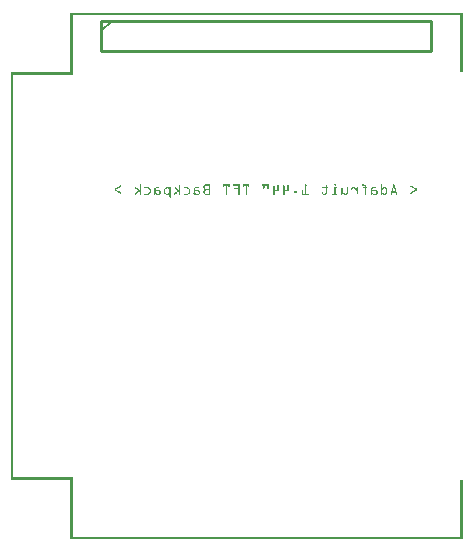
<source format=gbo>
G04 MADE WITH FRITZING*
G04 WWW.FRITZING.ORG*
G04 DOUBLE SIDED*
G04 HOLES PLATED*
G04 CONTOUR ON CENTER OF CONTOUR VECTOR*
%ASAXBY*%
%FSLAX23Y23*%
%MOIN*%
%OFA0B0*%
%SFA1.0B1.0*%
%ADD10C,0.010000*%
%ADD11C,0.005000*%
%ADD12R,0.001000X0.001000*%
%LNSILK0*%
G90*
G70*
G54D10*
X300Y1725D02*
X1400Y1725D01*
D02*
X1400Y1725D02*
X1400Y1625D01*
D02*
X1400Y1625D02*
X300Y1625D01*
D02*
X300Y1625D02*
X300Y1725D01*
G54D11*
D02*
X335Y1725D02*
X300Y1690D01*
G54D12*
X195Y1750D02*
X1504Y1750D01*
X195Y1749D02*
X1504Y1749D01*
X195Y1748D02*
X1504Y1748D01*
X195Y1747D02*
X1504Y1747D01*
X195Y1746D02*
X1504Y1746D01*
X195Y1745D02*
X204Y1745D01*
X1495Y1745D02*
X1504Y1745D01*
X195Y1744D02*
X204Y1744D01*
X1495Y1744D02*
X1504Y1744D01*
X195Y1743D02*
X204Y1743D01*
X1495Y1743D02*
X1504Y1743D01*
X195Y1742D02*
X204Y1742D01*
X1495Y1742D02*
X1504Y1742D01*
X195Y1741D02*
X204Y1741D01*
X1495Y1741D02*
X1504Y1741D01*
X195Y1740D02*
X204Y1740D01*
X1495Y1740D02*
X1504Y1740D01*
X195Y1739D02*
X204Y1739D01*
X1495Y1739D02*
X1504Y1739D01*
X195Y1738D02*
X204Y1738D01*
X1495Y1738D02*
X1504Y1738D01*
X195Y1737D02*
X204Y1737D01*
X1495Y1737D02*
X1504Y1737D01*
X195Y1736D02*
X204Y1736D01*
X1495Y1736D02*
X1504Y1736D01*
X195Y1735D02*
X204Y1735D01*
X1495Y1735D02*
X1504Y1735D01*
X195Y1734D02*
X204Y1734D01*
X1495Y1734D02*
X1504Y1734D01*
X195Y1733D02*
X204Y1733D01*
X1495Y1733D02*
X1504Y1733D01*
X195Y1732D02*
X204Y1732D01*
X1495Y1732D02*
X1504Y1732D01*
X195Y1731D02*
X204Y1731D01*
X1495Y1731D02*
X1504Y1731D01*
X195Y1730D02*
X204Y1730D01*
X1495Y1730D02*
X1504Y1730D01*
X195Y1729D02*
X204Y1729D01*
X1495Y1729D02*
X1504Y1729D01*
X195Y1728D02*
X204Y1728D01*
X1495Y1728D02*
X1504Y1728D01*
X195Y1727D02*
X204Y1727D01*
X1495Y1727D02*
X1504Y1727D01*
X195Y1726D02*
X204Y1726D01*
X1495Y1726D02*
X1504Y1726D01*
X195Y1725D02*
X204Y1725D01*
X1495Y1725D02*
X1504Y1725D01*
X195Y1724D02*
X204Y1724D01*
X1495Y1724D02*
X1504Y1724D01*
X195Y1723D02*
X204Y1723D01*
X1495Y1723D02*
X1504Y1723D01*
X195Y1722D02*
X204Y1722D01*
X1495Y1722D02*
X1504Y1722D01*
X195Y1721D02*
X204Y1721D01*
X1495Y1721D02*
X1504Y1721D01*
X195Y1720D02*
X204Y1720D01*
X1495Y1720D02*
X1504Y1720D01*
X195Y1719D02*
X204Y1719D01*
X1495Y1719D02*
X1504Y1719D01*
X195Y1718D02*
X204Y1718D01*
X1495Y1718D02*
X1504Y1718D01*
X195Y1717D02*
X204Y1717D01*
X1495Y1717D02*
X1504Y1717D01*
X195Y1716D02*
X204Y1716D01*
X1495Y1716D02*
X1504Y1716D01*
X195Y1715D02*
X204Y1715D01*
X1495Y1715D02*
X1504Y1715D01*
X195Y1714D02*
X204Y1714D01*
X1495Y1714D02*
X1504Y1714D01*
X195Y1713D02*
X204Y1713D01*
X1495Y1713D02*
X1504Y1713D01*
X195Y1712D02*
X204Y1712D01*
X1495Y1712D02*
X1504Y1712D01*
X195Y1711D02*
X204Y1711D01*
X1495Y1711D02*
X1504Y1711D01*
X195Y1710D02*
X204Y1710D01*
X1495Y1710D02*
X1504Y1710D01*
X195Y1709D02*
X204Y1709D01*
X1495Y1709D02*
X1504Y1709D01*
X195Y1708D02*
X204Y1708D01*
X1495Y1708D02*
X1504Y1708D01*
X195Y1707D02*
X204Y1707D01*
X1495Y1707D02*
X1504Y1707D01*
X195Y1706D02*
X204Y1706D01*
X1495Y1706D02*
X1504Y1706D01*
X195Y1705D02*
X204Y1705D01*
X1495Y1705D02*
X1504Y1705D01*
X195Y1704D02*
X204Y1704D01*
X1495Y1704D02*
X1504Y1704D01*
X195Y1703D02*
X204Y1703D01*
X1495Y1703D02*
X1504Y1703D01*
X195Y1702D02*
X204Y1702D01*
X1495Y1702D02*
X1504Y1702D01*
X195Y1701D02*
X204Y1701D01*
X1495Y1701D02*
X1504Y1701D01*
X195Y1700D02*
X204Y1700D01*
X1495Y1700D02*
X1504Y1700D01*
X195Y1699D02*
X204Y1699D01*
X1495Y1699D02*
X1504Y1699D01*
X195Y1698D02*
X204Y1698D01*
X1495Y1698D02*
X1504Y1698D01*
X195Y1697D02*
X204Y1697D01*
X1495Y1697D02*
X1504Y1697D01*
X195Y1696D02*
X204Y1696D01*
X1495Y1696D02*
X1504Y1696D01*
X195Y1695D02*
X204Y1695D01*
X1495Y1695D02*
X1504Y1695D01*
X195Y1694D02*
X204Y1694D01*
X1495Y1694D02*
X1504Y1694D01*
X195Y1693D02*
X204Y1693D01*
X1495Y1693D02*
X1504Y1693D01*
X195Y1692D02*
X204Y1692D01*
X1495Y1692D02*
X1504Y1692D01*
X195Y1691D02*
X204Y1691D01*
X1495Y1691D02*
X1504Y1691D01*
X195Y1690D02*
X204Y1690D01*
X1495Y1690D02*
X1504Y1690D01*
X195Y1689D02*
X204Y1689D01*
X1495Y1689D02*
X1504Y1689D01*
X195Y1688D02*
X204Y1688D01*
X1495Y1688D02*
X1504Y1688D01*
X195Y1687D02*
X204Y1687D01*
X1495Y1687D02*
X1504Y1687D01*
X195Y1686D02*
X204Y1686D01*
X1495Y1686D02*
X1504Y1686D01*
X195Y1685D02*
X204Y1685D01*
X1495Y1685D02*
X1504Y1685D01*
X195Y1684D02*
X204Y1684D01*
X1495Y1684D02*
X1504Y1684D01*
X195Y1683D02*
X204Y1683D01*
X1495Y1683D02*
X1504Y1683D01*
X195Y1682D02*
X204Y1682D01*
X1495Y1682D02*
X1504Y1682D01*
X195Y1681D02*
X204Y1681D01*
X1495Y1681D02*
X1504Y1681D01*
X195Y1680D02*
X204Y1680D01*
X1495Y1680D02*
X1504Y1680D01*
X195Y1679D02*
X204Y1679D01*
X1495Y1679D02*
X1504Y1679D01*
X195Y1678D02*
X204Y1678D01*
X1495Y1678D02*
X1504Y1678D01*
X195Y1677D02*
X204Y1677D01*
X1495Y1677D02*
X1504Y1677D01*
X195Y1676D02*
X204Y1676D01*
X1495Y1676D02*
X1504Y1676D01*
X195Y1675D02*
X204Y1675D01*
X1495Y1675D02*
X1504Y1675D01*
X195Y1674D02*
X204Y1674D01*
X1495Y1674D02*
X1504Y1674D01*
X195Y1673D02*
X204Y1673D01*
X1495Y1673D02*
X1504Y1673D01*
X195Y1672D02*
X204Y1672D01*
X1495Y1672D02*
X1504Y1672D01*
X195Y1671D02*
X204Y1671D01*
X1495Y1671D02*
X1504Y1671D01*
X195Y1670D02*
X204Y1670D01*
X1495Y1670D02*
X1504Y1670D01*
X195Y1669D02*
X204Y1669D01*
X1495Y1669D02*
X1504Y1669D01*
X195Y1668D02*
X204Y1668D01*
X1495Y1668D02*
X1504Y1668D01*
X195Y1667D02*
X204Y1667D01*
X1495Y1667D02*
X1504Y1667D01*
X195Y1666D02*
X204Y1666D01*
X1495Y1666D02*
X1504Y1666D01*
X195Y1665D02*
X204Y1665D01*
X1495Y1665D02*
X1504Y1665D01*
X195Y1664D02*
X204Y1664D01*
X1495Y1664D02*
X1504Y1664D01*
X195Y1663D02*
X204Y1663D01*
X1495Y1663D02*
X1504Y1663D01*
X195Y1662D02*
X204Y1662D01*
X1495Y1662D02*
X1504Y1662D01*
X195Y1661D02*
X204Y1661D01*
X1495Y1661D02*
X1504Y1661D01*
X195Y1660D02*
X204Y1660D01*
X1495Y1660D02*
X1504Y1660D01*
X195Y1659D02*
X204Y1659D01*
X1495Y1659D02*
X1504Y1659D01*
X195Y1658D02*
X204Y1658D01*
X1495Y1658D02*
X1504Y1658D01*
X195Y1657D02*
X204Y1657D01*
X1495Y1657D02*
X1504Y1657D01*
X195Y1656D02*
X204Y1656D01*
X1495Y1656D02*
X1504Y1656D01*
X195Y1655D02*
X204Y1655D01*
X1495Y1655D02*
X1504Y1655D01*
X195Y1654D02*
X204Y1654D01*
X1495Y1654D02*
X1504Y1654D01*
X195Y1653D02*
X204Y1653D01*
X1495Y1653D02*
X1504Y1653D01*
X195Y1652D02*
X204Y1652D01*
X1495Y1652D02*
X1504Y1652D01*
X195Y1651D02*
X204Y1651D01*
X1495Y1651D02*
X1504Y1651D01*
X195Y1650D02*
X204Y1650D01*
X1495Y1650D02*
X1504Y1650D01*
X195Y1649D02*
X204Y1649D01*
X1495Y1649D02*
X1504Y1649D01*
X195Y1648D02*
X204Y1648D01*
X1495Y1648D02*
X1504Y1648D01*
X195Y1647D02*
X204Y1647D01*
X1495Y1647D02*
X1504Y1647D01*
X195Y1646D02*
X204Y1646D01*
X1495Y1646D02*
X1504Y1646D01*
X195Y1645D02*
X204Y1645D01*
X1495Y1645D02*
X1504Y1645D01*
X195Y1644D02*
X204Y1644D01*
X1495Y1644D02*
X1504Y1644D01*
X195Y1643D02*
X204Y1643D01*
X1495Y1643D02*
X1504Y1643D01*
X195Y1642D02*
X204Y1642D01*
X1495Y1642D02*
X1504Y1642D01*
X195Y1641D02*
X204Y1641D01*
X1495Y1641D02*
X1504Y1641D01*
X195Y1640D02*
X204Y1640D01*
X1495Y1640D02*
X1504Y1640D01*
X195Y1639D02*
X204Y1639D01*
X1495Y1639D02*
X1504Y1639D01*
X195Y1638D02*
X204Y1638D01*
X1495Y1638D02*
X1504Y1638D01*
X195Y1637D02*
X204Y1637D01*
X1495Y1637D02*
X1504Y1637D01*
X195Y1636D02*
X204Y1636D01*
X1495Y1636D02*
X1504Y1636D01*
X195Y1635D02*
X204Y1635D01*
X1495Y1635D02*
X1504Y1635D01*
X195Y1634D02*
X204Y1634D01*
X1495Y1634D02*
X1504Y1634D01*
X195Y1633D02*
X204Y1633D01*
X1495Y1633D02*
X1504Y1633D01*
X195Y1632D02*
X204Y1632D01*
X1495Y1632D02*
X1504Y1632D01*
X195Y1631D02*
X204Y1631D01*
X1495Y1631D02*
X1504Y1631D01*
X195Y1630D02*
X204Y1630D01*
X1495Y1630D02*
X1504Y1630D01*
X195Y1629D02*
X204Y1629D01*
X1495Y1629D02*
X1504Y1629D01*
X195Y1628D02*
X204Y1628D01*
X1495Y1628D02*
X1504Y1628D01*
X195Y1627D02*
X204Y1627D01*
X1495Y1627D02*
X1504Y1627D01*
X195Y1626D02*
X204Y1626D01*
X1495Y1626D02*
X1504Y1626D01*
X195Y1625D02*
X204Y1625D01*
X1495Y1625D02*
X1504Y1625D01*
X195Y1624D02*
X204Y1624D01*
X1495Y1624D02*
X1504Y1624D01*
X195Y1623D02*
X204Y1623D01*
X1495Y1623D02*
X1504Y1623D01*
X195Y1622D02*
X204Y1622D01*
X1495Y1622D02*
X1504Y1622D01*
X195Y1621D02*
X204Y1621D01*
X1495Y1621D02*
X1504Y1621D01*
X195Y1620D02*
X204Y1620D01*
X1495Y1620D02*
X1504Y1620D01*
X195Y1619D02*
X204Y1619D01*
X1495Y1619D02*
X1504Y1619D01*
X195Y1618D02*
X204Y1618D01*
X1495Y1618D02*
X1504Y1618D01*
X195Y1617D02*
X204Y1617D01*
X1495Y1617D02*
X1504Y1617D01*
X195Y1616D02*
X204Y1616D01*
X1495Y1616D02*
X1504Y1616D01*
X195Y1615D02*
X204Y1615D01*
X1495Y1615D02*
X1504Y1615D01*
X195Y1614D02*
X204Y1614D01*
X1495Y1614D02*
X1504Y1614D01*
X195Y1613D02*
X204Y1613D01*
X1495Y1613D02*
X1504Y1613D01*
X195Y1612D02*
X204Y1612D01*
X1495Y1612D02*
X1504Y1612D01*
X195Y1611D02*
X204Y1611D01*
X1495Y1611D02*
X1504Y1611D01*
X195Y1610D02*
X204Y1610D01*
X1495Y1610D02*
X1504Y1610D01*
X195Y1609D02*
X204Y1609D01*
X1495Y1609D02*
X1504Y1609D01*
X195Y1608D02*
X204Y1608D01*
X1495Y1608D02*
X1504Y1608D01*
X195Y1607D02*
X204Y1607D01*
X1495Y1607D02*
X1504Y1607D01*
X195Y1606D02*
X204Y1606D01*
X1495Y1606D02*
X1504Y1606D01*
X195Y1605D02*
X204Y1605D01*
X1495Y1605D02*
X1504Y1605D01*
X195Y1604D02*
X204Y1604D01*
X1495Y1604D02*
X1504Y1604D01*
X195Y1603D02*
X204Y1603D01*
X1495Y1603D02*
X1504Y1603D01*
X195Y1602D02*
X204Y1602D01*
X1495Y1602D02*
X1504Y1602D01*
X195Y1601D02*
X204Y1601D01*
X1495Y1601D02*
X1504Y1601D01*
X195Y1600D02*
X204Y1600D01*
X1495Y1600D02*
X1504Y1600D01*
X195Y1599D02*
X204Y1599D01*
X1495Y1599D02*
X1504Y1599D01*
X195Y1598D02*
X204Y1598D01*
X1495Y1598D02*
X1504Y1598D01*
X195Y1597D02*
X204Y1597D01*
X1495Y1597D02*
X1504Y1597D01*
X195Y1596D02*
X204Y1596D01*
X1495Y1596D02*
X1504Y1596D01*
X195Y1595D02*
X204Y1595D01*
X1495Y1595D02*
X1504Y1595D01*
X195Y1594D02*
X204Y1594D01*
X1495Y1594D02*
X1504Y1594D01*
X195Y1593D02*
X204Y1593D01*
X1495Y1593D02*
X1504Y1593D01*
X195Y1592D02*
X204Y1592D01*
X1495Y1592D02*
X1504Y1592D01*
X195Y1591D02*
X204Y1591D01*
X1495Y1591D02*
X1504Y1591D01*
X195Y1590D02*
X204Y1590D01*
X1495Y1590D02*
X1504Y1590D01*
X195Y1589D02*
X204Y1589D01*
X1495Y1589D02*
X1504Y1589D01*
X195Y1588D02*
X204Y1588D01*
X1495Y1588D02*
X1504Y1588D01*
X195Y1587D02*
X204Y1587D01*
X1495Y1587D02*
X1504Y1587D01*
X195Y1586D02*
X204Y1586D01*
X1495Y1586D02*
X1504Y1586D01*
X195Y1585D02*
X204Y1585D01*
X1495Y1585D02*
X1504Y1585D01*
X195Y1584D02*
X204Y1584D01*
X1495Y1584D02*
X1504Y1584D01*
X195Y1583D02*
X204Y1583D01*
X1495Y1583D02*
X1504Y1583D01*
X195Y1582D02*
X204Y1582D01*
X1495Y1582D02*
X1504Y1582D01*
X195Y1581D02*
X204Y1581D01*
X1495Y1581D02*
X1504Y1581D01*
X195Y1580D02*
X204Y1580D01*
X1495Y1580D02*
X1504Y1580D01*
X195Y1579D02*
X204Y1579D01*
X1495Y1579D02*
X1504Y1579D01*
X195Y1578D02*
X204Y1578D01*
X1495Y1578D02*
X1504Y1578D01*
X195Y1577D02*
X204Y1577D01*
X1495Y1577D02*
X1504Y1577D01*
X195Y1576D02*
X204Y1576D01*
X1495Y1576D02*
X1504Y1576D01*
X195Y1575D02*
X204Y1575D01*
X1495Y1575D02*
X1504Y1575D01*
X195Y1574D02*
X204Y1574D01*
X1495Y1574D02*
X1504Y1574D01*
X195Y1573D02*
X204Y1573D01*
X1495Y1573D02*
X1504Y1573D01*
X195Y1572D02*
X204Y1572D01*
X1495Y1572D02*
X1504Y1572D01*
X195Y1571D02*
X204Y1571D01*
X1495Y1571D02*
X1504Y1571D01*
X195Y1570D02*
X204Y1570D01*
X1495Y1570D02*
X1504Y1570D01*
X195Y1569D02*
X204Y1569D01*
X1495Y1569D02*
X1504Y1569D01*
X195Y1568D02*
X204Y1568D01*
X1495Y1568D02*
X1504Y1568D01*
X195Y1567D02*
X204Y1567D01*
X1495Y1567D02*
X1504Y1567D01*
X195Y1566D02*
X204Y1566D01*
X1495Y1566D02*
X1504Y1566D01*
X195Y1565D02*
X204Y1565D01*
X1495Y1565D02*
X1504Y1565D01*
X195Y1564D02*
X204Y1564D01*
X1495Y1564D02*
X1504Y1564D01*
X195Y1563D02*
X204Y1563D01*
X1495Y1563D02*
X1504Y1563D01*
X195Y1562D02*
X204Y1562D01*
X1495Y1562D02*
X1504Y1562D01*
X195Y1561D02*
X204Y1561D01*
X1495Y1561D02*
X1504Y1561D01*
X195Y1560D02*
X204Y1560D01*
X1495Y1560D02*
X1504Y1560D01*
X195Y1559D02*
X204Y1559D01*
X1495Y1559D02*
X1504Y1559D01*
X195Y1558D02*
X204Y1558D01*
X1495Y1558D02*
X1504Y1558D01*
X195Y1557D02*
X204Y1557D01*
X1495Y1557D02*
X1504Y1557D01*
X195Y1556D02*
X204Y1556D01*
X1495Y1556D02*
X1504Y1556D01*
X0Y1555D02*
X204Y1555D01*
X0Y1554D02*
X204Y1554D01*
X0Y1553D02*
X204Y1553D01*
X0Y1552D02*
X204Y1552D01*
X0Y1551D02*
X204Y1551D01*
X0Y1550D02*
X204Y1550D01*
X0Y1549D02*
X204Y1549D01*
X0Y1548D02*
X204Y1548D01*
X0Y1547D02*
X204Y1547D01*
X0Y1546D02*
X204Y1546D01*
X0Y1545D02*
X4Y1545D01*
X0Y1544D02*
X4Y1544D01*
X0Y1543D02*
X4Y1543D01*
X0Y1542D02*
X4Y1542D01*
X0Y1541D02*
X4Y1541D01*
X0Y1540D02*
X4Y1540D01*
X0Y1539D02*
X4Y1539D01*
X0Y1538D02*
X4Y1538D01*
X0Y1537D02*
X4Y1537D01*
X0Y1536D02*
X4Y1536D01*
X0Y1535D02*
X4Y1535D01*
X0Y1534D02*
X4Y1534D01*
X0Y1533D02*
X4Y1533D01*
X0Y1532D02*
X4Y1532D01*
X0Y1531D02*
X4Y1531D01*
X0Y1530D02*
X4Y1530D01*
X0Y1529D02*
X4Y1529D01*
X0Y1528D02*
X4Y1528D01*
X0Y1527D02*
X4Y1527D01*
X0Y1526D02*
X4Y1526D01*
X0Y1525D02*
X4Y1525D01*
X0Y1524D02*
X4Y1524D01*
X0Y1523D02*
X4Y1523D01*
X0Y1522D02*
X4Y1522D01*
X0Y1521D02*
X4Y1521D01*
X0Y1520D02*
X4Y1520D01*
X0Y1519D02*
X4Y1519D01*
X0Y1518D02*
X4Y1518D01*
X0Y1517D02*
X4Y1517D01*
X0Y1516D02*
X4Y1516D01*
X0Y1515D02*
X4Y1515D01*
X0Y1514D02*
X4Y1514D01*
X0Y1513D02*
X4Y1513D01*
X0Y1512D02*
X4Y1512D01*
X0Y1511D02*
X4Y1511D01*
X0Y1510D02*
X4Y1510D01*
X0Y1509D02*
X4Y1509D01*
X0Y1508D02*
X4Y1508D01*
X0Y1507D02*
X4Y1507D01*
X0Y1506D02*
X4Y1506D01*
X0Y1505D02*
X4Y1505D01*
X0Y1504D02*
X4Y1504D01*
X0Y1503D02*
X4Y1503D01*
X0Y1502D02*
X4Y1502D01*
X0Y1501D02*
X4Y1501D01*
X0Y1500D02*
X4Y1500D01*
X0Y1499D02*
X4Y1499D01*
X0Y1498D02*
X4Y1498D01*
X0Y1497D02*
X4Y1497D01*
X0Y1496D02*
X4Y1496D01*
X0Y1495D02*
X4Y1495D01*
X0Y1494D02*
X4Y1494D01*
X0Y1493D02*
X4Y1493D01*
X0Y1492D02*
X4Y1492D01*
X0Y1491D02*
X4Y1491D01*
X0Y1490D02*
X4Y1490D01*
X0Y1489D02*
X4Y1489D01*
X0Y1488D02*
X4Y1488D01*
X0Y1487D02*
X4Y1487D01*
X0Y1486D02*
X4Y1486D01*
X0Y1485D02*
X4Y1485D01*
X0Y1484D02*
X4Y1484D01*
X0Y1483D02*
X4Y1483D01*
X0Y1482D02*
X4Y1482D01*
X0Y1481D02*
X4Y1481D01*
X0Y1480D02*
X4Y1480D01*
X0Y1479D02*
X4Y1479D01*
X0Y1478D02*
X4Y1478D01*
X0Y1477D02*
X4Y1477D01*
X0Y1476D02*
X4Y1476D01*
X0Y1475D02*
X4Y1475D01*
X0Y1474D02*
X4Y1474D01*
X0Y1473D02*
X4Y1473D01*
X0Y1472D02*
X4Y1472D01*
X0Y1471D02*
X4Y1471D01*
X0Y1470D02*
X4Y1470D01*
X0Y1469D02*
X4Y1469D01*
X0Y1468D02*
X4Y1468D01*
X0Y1467D02*
X4Y1467D01*
X0Y1466D02*
X4Y1466D01*
X0Y1465D02*
X4Y1465D01*
X0Y1464D02*
X4Y1464D01*
X0Y1463D02*
X4Y1463D01*
X0Y1462D02*
X4Y1462D01*
X0Y1461D02*
X4Y1461D01*
X0Y1460D02*
X4Y1460D01*
X0Y1459D02*
X4Y1459D01*
X0Y1458D02*
X4Y1458D01*
X0Y1457D02*
X4Y1457D01*
X0Y1456D02*
X4Y1456D01*
X0Y1455D02*
X4Y1455D01*
X0Y1454D02*
X4Y1454D01*
X0Y1453D02*
X4Y1453D01*
X0Y1452D02*
X4Y1452D01*
X0Y1451D02*
X4Y1451D01*
X0Y1450D02*
X4Y1450D01*
X0Y1449D02*
X4Y1449D01*
X0Y1448D02*
X4Y1448D01*
X0Y1447D02*
X4Y1447D01*
X0Y1446D02*
X4Y1446D01*
X0Y1445D02*
X4Y1445D01*
X0Y1444D02*
X4Y1444D01*
X0Y1443D02*
X4Y1443D01*
X0Y1442D02*
X4Y1442D01*
X0Y1441D02*
X4Y1441D01*
X0Y1440D02*
X4Y1440D01*
X0Y1439D02*
X4Y1439D01*
X0Y1438D02*
X4Y1438D01*
X0Y1437D02*
X4Y1437D01*
X0Y1436D02*
X4Y1436D01*
X0Y1435D02*
X4Y1435D01*
X0Y1434D02*
X4Y1434D01*
X0Y1433D02*
X4Y1433D01*
X0Y1432D02*
X4Y1432D01*
X0Y1431D02*
X4Y1431D01*
X0Y1430D02*
X4Y1430D01*
X0Y1429D02*
X4Y1429D01*
X0Y1428D02*
X4Y1428D01*
X0Y1427D02*
X4Y1427D01*
X0Y1426D02*
X4Y1426D01*
X0Y1425D02*
X4Y1425D01*
X0Y1424D02*
X4Y1424D01*
X0Y1423D02*
X4Y1423D01*
X0Y1422D02*
X4Y1422D01*
X0Y1421D02*
X4Y1421D01*
X0Y1420D02*
X4Y1420D01*
X0Y1419D02*
X4Y1419D01*
X0Y1418D02*
X4Y1418D01*
X0Y1417D02*
X4Y1417D01*
X0Y1416D02*
X4Y1416D01*
X0Y1415D02*
X4Y1415D01*
X0Y1414D02*
X4Y1414D01*
X0Y1413D02*
X4Y1413D01*
X0Y1412D02*
X4Y1412D01*
X0Y1411D02*
X4Y1411D01*
X0Y1410D02*
X4Y1410D01*
X0Y1409D02*
X4Y1409D01*
X0Y1408D02*
X4Y1408D01*
X0Y1407D02*
X4Y1407D01*
X0Y1406D02*
X4Y1406D01*
X0Y1405D02*
X4Y1405D01*
X0Y1404D02*
X4Y1404D01*
X0Y1403D02*
X4Y1403D01*
X0Y1402D02*
X4Y1402D01*
X0Y1401D02*
X4Y1401D01*
X0Y1400D02*
X4Y1400D01*
X0Y1399D02*
X4Y1399D01*
X0Y1398D02*
X4Y1398D01*
X0Y1397D02*
X4Y1397D01*
X0Y1396D02*
X4Y1396D01*
X0Y1395D02*
X4Y1395D01*
X0Y1394D02*
X4Y1394D01*
X0Y1393D02*
X4Y1393D01*
X0Y1392D02*
X4Y1392D01*
X0Y1391D02*
X4Y1391D01*
X0Y1390D02*
X4Y1390D01*
X0Y1389D02*
X4Y1389D01*
X0Y1388D02*
X4Y1388D01*
X0Y1387D02*
X4Y1387D01*
X0Y1386D02*
X4Y1386D01*
X0Y1385D02*
X4Y1385D01*
X0Y1384D02*
X4Y1384D01*
X0Y1383D02*
X4Y1383D01*
X0Y1382D02*
X4Y1382D01*
X0Y1381D02*
X4Y1381D01*
X0Y1380D02*
X4Y1380D01*
X0Y1379D02*
X4Y1379D01*
X0Y1378D02*
X4Y1378D01*
X0Y1377D02*
X4Y1377D01*
X0Y1376D02*
X4Y1376D01*
X0Y1375D02*
X4Y1375D01*
X0Y1374D02*
X4Y1374D01*
X0Y1373D02*
X4Y1373D01*
X0Y1372D02*
X4Y1372D01*
X0Y1371D02*
X4Y1371D01*
X0Y1370D02*
X4Y1370D01*
X0Y1369D02*
X4Y1369D01*
X0Y1368D02*
X4Y1368D01*
X0Y1367D02*
X4Y1367D01*
X0Y1366D02*
X4Y1366D01*
X0Y1365D02*
X4Y1365D01*
X0Y1364D02*
X4Y1364D01*
X0Y1363D02*
X4Y1363D01*
X0Y1362D02*
X4Y1362D01*
X0Y1361D02*
X4Y1361D01*
X0Y1360D02*
X4Y1360D01*
X0Y1359D02*
X4Y1359D01*
X0Y1358D02*
X4Y1358D01*
X0Y1357D02*
X4Y1357D01*
X0Y1356D02*
X4Y1356D01*
X0Y1355D02*
X4Y1355D01*
X0Y1354D02*
X4Y1354D01*
X0Y1353D02*
X4Y1353D01*
X0Y1352D02*
X4Y1352D01*
X0Y1351D02*
X4Y1351D01*
X0Y1350D02*
X4Y1350D01*
X0Y1349D02*
X4Y1349D01*
X0Y1348D02*
X4Y1348D01*
X0Y1347D02*
X4Y1347D01*
X0Y1346D02*
X4Y1346D01*
X0Y1345D02*
X4Y1345D01*
X0Y1344D02*
X4Y1344D01*
X0Y1343D02*
X4Y1343D01*
X0Y1342D02*
X4Y1342D01*
X0Y1341D02*
X4Y1341D01*
X0Y1340D02*
X4Y1340D01*
X0Y1339D02*
X4Y1339D01*
X0Y1338D02*
X4Y1338D01*
X0Y1337D02*
X4Y1337D01*
X0Y1336D02*
X4Y1336D01*
X0Y1335D02*
X4Y1335D01*
X0Y1334D02*
X4Y1334D01*
X0Y1333D02*
X4Y1333D01*
X0Y1332D02*
X4Y1332D01*
X0Y1331D02*
X4Y1331D01*
X0Y1330D02*
X4Y1330D01*
X0Y1329D02*
X4Y1329D01*
X0Y1328D02*
X4Y1328D01*
X0Y1327D02*
X4Y1327D01*
X0Y1326D02*
X4Y1326D01*
X0Y1325D02*
X4Y1325D01*
X0Y1324D02*
X4Y1324D01*
X0Y1323D02*
X4Y1323D01*
X0Y1322D02*
X4Y1322D01*
X0Y1321D02*
X4Y1321D01*
X0Y1320D02*
X4Y1320D01*
X0Y1319D02*
X4Y1319D01*
X0Y1318D02*
X4Y1318D01*
X0Y1317D02*
X4Y1317D01*
X0Y1316D02*
X4Y1316D01*
X0Y1315D02*
X4Y1315D01*
X0Y1314D02*
X4Y1314D01*
X0Y1313D02*
X4Y1313D01*
X0Y1312D02*
X4Y1312D01*
X0Y1311D02*
X4Y1311D01*
X0Y1310D02*
X4Y1310D01*
X0Y1309D02*
X4Y1309D01*
X0Y1308D02*
X4Y1308D01*
X0Y1307D02*
X4Y1307D01*
X0Y1306D02*
X4Y1306D01*
X0Y1305D02*
X4Y1305D01*
X0Y1304D02*
X4Y1304D01*
X0Y1303D02*
X4Y1303D01*
X0Y1302D02*
X4Y1302D01*
X0Y1301D02*
X4Y1301D01*
X0Y1300D02*
X4Y1300D01*
X0Y1299D02*
X4Y1299D01*
X0Y1298D02*
X4Y1298D01*
X0Y1297D02*
X4Y1297D01*
X0Y1296D02*
X4Y1296D01*
X0Y1295D02*
X4Y1295D01*
X0Y1294D02*
X4Y1294D01*
X0Y1293D02*
X4Y1293D01*
X0Y1292D02*
X4Y1292D01*
X0Y1291D02*
X4Y1291D01*
X0Y1290D02*
X4Y1290D01*
X0Y1289D02*
X4Y1289D01*
X0Y1288D02*
X4Y1288D01*
X0Y1287D02*
X4Y1287D01*
X0Y1286D02*
X4Y1286D01*
X0Y1285D02*
X4Y1285D01*
X0Y1284D02*
X4Y1284D01*
X0Y1283D02*
X4Y1283D01*
X0Y1282D02*
X4Y1282D01*
X0Y1281D02*
X4Y1281D01*
X0Y1280D02*
X4Y1280D01*
X0Y1279D02*
X4Y1279D01*
X0Y1278D02*
X4Y1278D01*
X0Y1277D02*
X4Y1277D01*
X0Y1276D02*
X4Y1276D01*
X0Y1275D02*
X4Y1275D01*
X0Y1274D02*
X4Y1274D01*
X0Y1273D02*
X4Y1273D01*
X0Y1272D02*
X4Y1272D01*
X0Y1271D02*
X4Y1271D01*
X0Y1270D02*
X4Y1270D01*
X0Y1269D02*
X4Y1269D01*
X0Y1268D02*
X4Y1268D01*
X0Y1267D02*
X4Y1267D01*
X0Y1266D02*
X4Y1266D01*
X0Y1265D02*
X4Y1265D01*
X0Y1264D02*
X4Y1264D01*
X0Y1263D02*
X4Y1263D01*
X0Y1262D02*
X4Y1262D01*
X0Y1261D02*
X4Y1261D01*
X0Y1260D02*
X4Y1260D01*
X0Y1259D02*
X4Y1259D01*
X0Y1258D02*
X4Y1258D01*
X0Y1257D02*
X4Y1257D01*
X0Y1256D02*
X4Y1256D01*
X0Y1255D02*
X4Y1255D01*
X0Y1254D02*
X4Y1254D01*
X0Y1253D02*
X4Y1253D01*
X0Y1252D02*
X4Y1252D01*
X0Y1251D02*
X4Y1251D01*
X0Y1250D02*
X4Y1250D01*
X0Y1249D02*
X4Y1249D01*
X0Y1248D02*
X4Y1248D01*
X0Y1247D02*
X4Y1247D01*
X0Y1246D02*
X4Y1246D01*
X0Y1245D02*
X4Y1245D01*
X0Y1244D02*
X4Y1244D01*
X0Y1243D02*
X4Y1243D01*
X0Y1242D02*
X4Y1242D01*
X0Y1241D02*
X4Y1241D01*
X0Y1240D02*
X4Y1240D01*
X0Y1239D02*
X4Y1239D01*
X0Y1238D02*
X4Y1238D01*
X0Y1237D02*
X4Y1237D01*
X0Y1236D02*
X4Y1236D01*
X0Y1235D02*
X4Y1235D01*
X0Y1234D02*
X4Y1234D01*
X0Y1233D02*
X4Y1233D01*
X0Y1232D02*
X4Y1232D01*
X0Y1231D02*
X4Y1231D01*
X0Y1230D02*
X4Y1230D01*
X0Y1229D02*
X4Y1229D01*
X0Y1228D02*
X4Y1228D01*
X0Y1227D02*
X4Y1227D01*
X0Y1226D02*
X4Y1226D01*
X0Y1225D02*
X4Y1225D01*
X0Y1224D02*
X4Y1224D01*
X0Y1223D02*
X4Y1223D01*
X0Y1222D02*
X4Y1222D01*
X0Y1221D02*
X4Y1221D01*
X0Y1220D02*
X4Y1220D01*
X0Y1219D02*
X4Y1219D01*
X0Y1218D02*
X4Y1218D01*
X0Y1217D02*
X4Y1217D01*
X0Y1216D02*
X4Y1216D01*
X0Y1215D02*
X4Y1215D01*
X0Y1214D02*
X4Y1214D01*
X0Y1213D02*
X4Y1213D01*
X0Y1212D02*
X4Y1212D01*
X0Y1211D02*
X4Y1211D01*
X0Y1210D02*
X4Y1210D01*
X0Y1209D02*
X4Y1209D01*
X0Y1208D02*
X4Y1208D01*
X0Y1207D02*
X4Y1207D01*
X0Y1206D02*
X4Y1206D01*
X0Y1205D02*
X4Y1205D01*
X0Y1204D02*
X4Y1204D01*
X0Y1203D02*
X4Y1203D01*
X0Y1202D02*
X4Y1202D01*
X0Y1201D02*
X4Y1201D01*
X0Y1200D02*
X4Y1200D01*
X0Y1199D02*
X4Y1199D01*
X0Y1198D02*
X4Y1198D01*
X0Y1197D02*
X4Y1197D01*
X0Y1196D02*
X4Y1196D01*
X0Y1195D02*
X4Y1195D01*
X0Y1194D02*
X4Y1194D01*
X0Y1193D02*
X4Y1193D01*
X0Y1192D02*
X4Y1192D01*
X0Y1191D02*
X4Y1191D01*
X0Y1190D02*
X4Y1190D01*
X0Y1189D02*
X4Y1189D01*
X0Y1188D02*
X4Y1188D01*
X0Y1187D02*
X4Y1187D01*
X0Y1186D02*
X4Y1186D01*
X0Y1185D02*
X4Y1185D01*
X0Y1184D02*
X4Y1184D01*
X0Y1183D02*
X4Y1183D01*
X0Y1182D02*
X4Y1182D01*
X1078Y1182D02*
X1081Y1182D01*
X0Y1181D02*
X4Y1181D01*
X1077Y1181D02*
X1082Y1181D01*
X0Y1180D02*
X4Y1180D01*
X430Y1180D02*
X431Y1180D01*
X561Y1180D02*
X562Y1180D01*
X647Y1180D02*
X662Y1180D01*
X706Y1180D02*
X727Y1180D01*
X740Y1180D02*
X760Y1180D01*
X772Y1180D02*
X793Y1180D01*
X837Y1180D02*
X859Y1180D01*
X888Y1180D02*
X889Y1180D01*
X921Y1180D02*
X922Y1180D01*
X978Y1180D02*
X982Y1180D01*
X1076Y1180D02*
X1082Y1180D01*
X1168Y1180D02*
X1176Y1180D01*
X1233Y1180D02*
X1234Y1180D01*
X1274Y1180D02*
X1276Y1180D01*
X0Y1179D02*
X4Y1179D01*
X429Y1179D02*
X432Y1179D01*
X560Y1179D02*
X563Y1179D01*
X645Y1179D02*
X662Y1179D01*
X706Y1179D02*
X728Y1179D01*
X739Y1179D02*
X760Y1179D01*
X772Y1179D02*
X793Y1179D01*
X837Y1179D02*
X859Y1179D01*
X887Y1179D02*
X890Y1179D01*
X920Y1179D02*
X923Y1179D01*
X978Y1179D02*
X983Y1179D01*
X1076Y1179D02*
X1082Y1179D01*
X1167Y1179D02*
X1178Y1179D01*
X1232Y1179D02*
X1235Y1179D01*
X1274Y1179D02*
X1277Y1179D01*
X0Y1178D02*
X4Y1178D01*
X428Y1178D02*
X432Y1178D01*
X560Y1178D02*
X563Y1178D01*
X643Y1178D02*
X662Y1178D01*
X706Y1178D02*
X728Y1178D01*
X739Y1178D02*
X760Y1178D01*
X772Y1178D02*
X793Y1178D01*
X837Y1178D02*
X859Y1178D01*
X887Y1178D02*
X891Y1178D01*
X920Y1178D02*
X923Y1178D01*
X978Y1178D02*
X984Y1178D01*
X1049Y1178D02*
X1050Y1178D01*
X1076Y1178D02*
X1082Y1178D01*
X1167Y1178D02*
X1179Y1178D01*
X1231Y1178D02*
X1235Y1178D01*
X1273Y1178D02*
X1277Y1178D01*
X0Y1177D02*
X4Y1177D01*
X428Y1177D02*
X432Y1177D01*
X560Y1177D02*
X563Y1177D01*
X642Y1177D02*
X662Y1177D01*
X706Y1177D02*
X728Y1177D01*
X739Y1177D02*
X760Y1177D01*
X772Y1177D02*
X793Y1177D01*
X837Y1177D02*
X859Y1177D01*
X887Y1177D02*
X891Y1177D01*
X920Y1177D02*
X924Y1177D01*
X978Y1177D02*
X985Y1177D01*
X1048Y1177D02*
X1051Y1177D01*
X1077Y1177D02*
X1082Y1177D01*
X1167Y1177D02*
X1180Y1177D01*
X1231Y1177D02*
X1235Y1177D01*
X1273Y1177D02*
X1277Y1177D01*
X0Y1176D02*
X4Y1176D01*
X364Y1176D02*
X365Y1176D01*
X428Y1176D02*
X432Y1176D01*
X560Y1176D02*
X563Y1176D01*
X642Y1176D02*
X662Y1176D01*
X706Y1176D02*
X728Y1176D01*
X740Y1176D02*
X760Y1176D01*
X772Y1176D02*
X793Y1176D01*
X837Y1176D02*
X859Y1176D01*
X875Y1176D02*
X876Y1176D01*
X887Y1176D02*
X891Y1176D01*
X907Y1176D02*
X909Y1176D01*
X920Y1176D02*
X924Y1176D01*
X978Y1176D02*
X986Y1176D01*
X1048Y1176D02*
X1051Y1176D01*
X1078Y1176D02*
X1081Y1176D01*
X1168Y1176D02*
X1181Y1176D01*
X1231Y1176D02*
X1235Y1176D01*
X1273Y1176D02*
X1278Y1176D01*
X1331Y1176D02*
X1333Y1176D01*
X0Y1175D02*
X4Y1175D01*
X362Y1175D02*
X366Y1175D01*
X428Y1175D02*
X432Y1175D01*
X560Y1175D02*
X563Y1175D01*
X641Y1175D02*
X646Y1175D01*
X658Y1175D02*
X662Y1175D01*
X706Y1175D02*
X710Y1175D01*
X715Y1175D02*
X719Y1175D01*
X724Y1175D02*
X728Y1175D01*
X757Y1175D02*
X760Y1175D01*
X772Y1175D02*
X775Y1175D01*
X781Y1175D02*
X784Y1175D01*
X790Y1175D02*
X793Y1175D01*
X838Y1175D02*
X845Y1175D01*
X851Y1175D02*
X858Y1175D01*
X874Y1175D02*
X877Y1175D01*
X887Y1175D02*
X891Y1175D01*
X907Y1175D02*
X910Y1175D01*
X920Y1175D02*
X924Y1175D01*
X978Y1175D02*
X981Y1175D01*
X1048Y1175D02*
X1051Y1175D01*
X1177Y1175D02*
X1181Y1175D01*
X1231Y1175D02*
X1235Y1175D01*
X1272Y1175D02*
X1278Y1175D01*
X1330Y1175D02*
X1334Y1175D01*
X0Y1174D02*
X4Y1174D01*
X360Y1174D02*
X366Y1174D01*
X428Y1174D02*
X432Y1174D01*
X560Y1174D02*
X563Y1174D01*
X641Y1174D02*
X645Y1174D01*
X658Y1174D02*
X662Y1174D01*
X706Y1174D02*
X709Y1174D01*
X715Y1174D02*
X719Y1174D01*
X724Y1174D02*
X727Y1174D01*
X757Y1174D02*
X760Y1174D01*
X772Y1174D02*
X775Y1174D01*
X781Y1174D02*
X784Y1174D01*
X790Y1174D02*
X793Y1174D01*
X838Y1174D02*
X845Y1174D01*
X852Y1174D02*
X858Y1174D01*
X874Y1174D02*
X877Y1174D01*
X887Y1174D02*
X891Y1174D01*
X906Y1174D02*
X910Y1174D01*
X920Y1174D02*
X924Y1174D01*
X978Y1174D02*
X981Y1174D01*
X1048Y1174D02*
X1051Y1174D01*
X1178Y1174D02*
X1182Y1174D01*
X1231Y1174D02*
X1235Y1174D01*
X1272Y1174D02*
X1278Y1174D01*
X1330Y1174D02*
X1336Y1174D01*
X0Y1173D02*
X4Y1173D01*
X358Y1173D02*
X366Y1173D01*
X428Y1173D02*
X432Y1173D01*
X560Y1173D02*
X563Y1173D01*
X640Y1173D02*
X644Y1173D01*
X658Y1173D02*
X662Y1173D01*
X706Y1173D02*
X709Y1173D01*
X715Y1173D02*
X719Y1173D01*
X724Y1173D02*
X727Y1173D01*
X757Y1173D02*
X760Y1173D01*
X772Y1173D02*
X775Y1173D01*
X781Y1173D02*
X784Y1173D01*
X790Y1173D02*
X793Y1173D01*
X838Y1173D02*
X844Y1173D01*
X852Y1173D02*
X858Y1173D01*
X874Y1173D02*
X877Y1173D01*
X887Y1173D02*
X891Y1173D01*
X906Y1173D02*
X910Y1173D01*
X920Y1173D02*
X924Y1173D01*
X978Y1173D02*
X981Y1173D01*
X1048Y1173D02*
X1051Y1173D01*
X1178Y1173D02*
X1182Y1173D01*
X1231Y1173D02*
X1235Y1173D01*
X1272Y1173D02*
X1278Y1173D01*
X1330Y1173D02*
X1338Y1173D01*
X0Y1172D02*
X4Y1172D01*
X357Y1172D02*
X365Y1172D01*
X428Y1172D02*
X432Y1172D01*
X560Y1172D02*
X563Y1172D01*
X640Y1172D02*
X644Y1172D01*
X658Y1172D02*
X662Y1172D01*
X708Y1172D02*
X708Y1172D01*
X715Y1172D02*
X719Y1172D01*
X726Y1172D02*
X726Y1172D01*
X757Y1172D02*
X760Y1172D01*
X773Y1172D02*
X774Y1172D01*
X781Y1172D02*
X784Y1172D01*
X791Y1172D02*
X792Y1172D01*
X838Y1172D02*
X844Y1172D01*
X852Y1172D02*
X858Y1172D01*
X874Y1172D02*
X877Y1172D01*
X887Y1172D02*
X891Y1172D01*
X906Y1172D02*
X910Y1172D01*
X920Y1172D02*
X924Y1172D01*
X978Y1172D02*
X981Y1172D01*
X1048Y1172D02*
X1051Y1172D01*
X1178Y1172D02*
X1182Y1172D01*
X1231Y1172D02*
X1235Y1172D01*
X1271Y1172D02*
X1279Y1172D01*
X1331Y1172D02*
X1339Y1172D01*
X0Y1171D02*
X4Y1171D01*
X355Y1171D02*
X363Y1171D01*
X428Y1171D02*
X432Y1171D01*
X517Y1171D02*
X522Y1171D01*
X528Y1171D02*
X530Y1171D01*
X560Y1171D02*
X563Y1171D01*
X640Y1171D02*
X644Y1171D01*
X658Y1171D02*
X662Y1171D01*
X715Y1171D02*
X719Y1171D01*
X757Y1171D02*
X760Y1171D01*
X781Y1171D02*
X784Y1171D01*
X839Y1171D02*
X844Y1171D01*
X852Y1171D02*
X858Y1171D01*
X874Y1171D02*
X877Y1171D01*
X887Y1171D02*
X891Y1171D01*
X906Y1171D02*
X910Y1171D01*
X920Y1171D02*
X924Y1171D01*
X978Y1171D02*
X981Y1171D01*
X1048Y1171D02*
X1052Y1171D01*
X1178Y1171D02*
X1182Y1171D01*
X1231Y1171D02*
X1235Y1171D01*
X1271Y1171D02*
X1279Y1171D01*
X1333Y1171D02*
X1341Y1171D01*
X0Y1170D02*
X4Y1170D01*
X353Y1170D02*
X361Y1170D01*
X413Y1170D02*
X416Y1170D01*
X428Y1170D02*
X432Y1170D01*
X444Y1170D02*
X457Y1170D01*
X481Y1170D02*
X492Y1170D01*
X515Y1170D02*
X524Y1170D01*
X527Y1170D02*
X530Y1170D01*
X545Y1170D02*
X547Y1170D01*
X560Y1170D02*
X563Y1170D01*
X575Y1170D02*
X588Y1170D01*
X612Y1170D02*
X624Y1170D01*
X640Y1170D02*
X644Y1170D01*
X658Y1170D02*
X662Y1170D01*
X715Y1170D02*
X719Y1170D01*
X757Y1170D02*
X760Y1170D01*
X781Y1170D02*
X784Y1170D01*
X839Y1170D02*
X844Y1170D01*
X852Y1170D02*
X857Y1170D01*
X874Y1170D02*
X877Y1170D01*
X887Y1170D02*
X891Y1170D01*
X906Y1170D02*
X910Y1170D01*
X920Y1170D02*
X924Y1170D01*
X978Y1170D02*
X981Y1170D01*
X1037Y1170D02*
X1055Y1170D01*
X1077Y1170D02*
X1086Y1170D01*
X1101Y1170D02*
X1103Y1170D01*
X1119Y1170D02*
X1121Y1170D01*
X1137Y1170D02*
X1145Y1170D01*
X1152Y1170D02*
X1154Y1170D01*
X1172Y1170D02*
X1186Y1170D01*
X1203Y1170D02*
X1215Y1170D01*
X1231Y1170D02*
X1235Y1170D01*
X1239Y1170D02*
X1247Y1170D01*
X1271Y1170D02*
X1279Y1170D01*
X1335Y1170D02*
X1343Y1170D01*
X0Y1169D02*
X4Y1169D01*
X352Y1169D02*
X360Y1169D01*
X413Y1169D02*
X417Y1169D01*
X428Y1169D02*
X432Y1169D01*
X443Y1169D02*
X459Y1169D01*
X479Y1169D02*
X493Y1169D01*
X514Y1169D02*
X525Y1169D01*
X527Y1169D02*
X530Y1169D01*
X544Y1169D02*
X548Y1169D01*
X560Y1169D02*
X563Y1169D01*
X575Y1169D02*
X590Y1169D01*
X610Y1169D02*
X624Y1169D01*
X640Y1169D02*
X644Y1169D01*
X658Y1169D02*
X662Y1169D01*
X715Y1169D02*
X719Y1169D01*
X757Y1169D02*
X760Y1169D01*
X781Y1169D02*
X784Y1169D01*
X839Y1169D02*
X844Y1169D01*
X853Y1169D02*
X857Y1169D01*
X874Y1169D02*
X877Y1169D01*
X887Y1169D02*
X891Y1169D01*
X906Y1169D02*
X910Y1169D01*
X920Y1169D02*
X924Y1169D01*
X978Y1169D02*
X981Y1169D01*
X1037Y1169D02*
X1056Y1169D01*
X1076Y1169D02*
X1086Y1169D01*
X1100Y1169D02*
X1103Y1169D01*
X1118Y1169D02*
X1122Y1169D01*
X1135Y1169D02*
X1146Y1169D01*
X1151Y1169D02*
X1154Y1169D01*
X1172Y1169D02*
X1186Y1169D01*
X1202Y1169D02*
X1216Y1169D01*
X1231Y1169D02*
X1235Y1169D01*
X1238Y1169D02*
X1249Y1169D01*
X1271Y1169D02*
X1280Y1169D01*
X1337Y1169D02*
X1345Y1169D01*
X0Y1168D02*
X4Y1168D01*
X350Y1168D02*
X358Y1168D01*
X413Y1168D02*
X418Y1168D01*
X428Y1168D02*
X432Y1168D01*
X443Y1168D02*
X460Y1168D01*
X478Y1168D02*
X493Y1168D01*
X513Y1168D02*
X530Y1168D01*
X544Y1168D02*
X549Y1168D01*
X560Y1168D02*
X563Y1168D01*
X575Y1168D02*
X591Y1168D01*
X610Y1168D02*
X624Y1168D01*
X640Y1168D02*
X644Y1168D01*
X658Y1168D02*
X662Y1168D01*
X715Y1168D02*
X719Y1168D01*
X744Y1168D02*
X760Y1168D01*
X781Y1168D02*
X784Y1168D01*
X839Y1168D02*
X843Y1168D01*
X853Y1168D02*
X857Y1168D01*
X874Y1168D02*
X877Y1168D01*
X887Y1168D02*
X891Y1168D01*
X906Y1168D02*
X910Y1168D01*
X920Y1168D02*
X924Y1168D01*
X978Y1168D02*
X981Y1168D01*
X1037Y1168D02*
X1056Y1168D01*
X1076Y1168D02*
X1087Y1168D01*
X1100Y1168D02*
X1104Y1168D01*
X1118Y1168D02*
X1122Y1168D01*
X1134Y1168D02*
X1147Y1168D01*
X1151Y1168D02*
X1154Y1168D01*
X1171Y1168D02*
X1186Y1168D01*
X1201Y1168D02*
X1216Y1168D01*
X1231Y1168D02*
X1250Y1168D01*
X1270Y1168D02*
X1274Y1168D01*
X1276Y1168D02*
X1280Y1168D01*
X1338Y1168D02*
X1346Y1168D01*
X0Y1167D02*
X4Y1167D01*
X348Y1167D02*
X356Y1167D01*
X413Y1167D02*
X419Y1167D01*
X428Y1167D02*
X432Y1167D01*
X444Y1167D02*
X461Y1167D01*
X477Y1167D02*
X493Y1167D01*
X512Y1167D02*
X518Y1167D01*
X521Y1167D02*
X530Y1167D01*
X545Y1167D02*
X550Y1167D01*
X560Y1167D02*
X563Y1167D01*
X575Y1167D02*
X592Y1167D01*
X609Y1167D02*
X624Y1167D01*
X641Y1167D02*
X645Y1167D01*
X658Y1167D02*
X662Y1167D01*
X715Y1167D02*
X719Y1167D01*
X743Y1167D02*
X760Y1167D01*
X781Y1167D02*
X784Y1167D01*
X839Y1167D02*
X843Y1167D01*
X853Y1167D02*
X857Y1167D01*
X874Y1167D02*
X877Y1167D01*
X887Y1167D02*
X891Y1167D01*
X906Y1167D02*
X910Y1167D01*
X920Y1167D02*
X924Y1167D01*
X978Y1167D02*
X981Y1167D01*
X1037Y1167D02*
X1055Y1167D01*
X1076Y1167D02*
X1086Y1167D01*
X1100Y1167D02*
X1104Y1167D01*
X1118Y1167D02*
X1122Y1167D01*
X1134Y1167D02*
X1148Y1167D01*
X1151Y1167D02*
X1154Y1167D01*
X1172Y1167D02*
X1186Y1167D01*
X1200Y1167D02*
X1215Y1167D01*
X1231Y1167D02*
X1251Y1167D01*
X1270Y1167D02*
X1274Y1167D01*
X1276Y1167D02*
X1280Y1167D01*
X1340Y1167D02*
X1348Y1167D01*
X0Y1166D02*
X4Y1166D01*
X347Y1166D02*
X355Y1166D01*
X414Y1166D02*
X420Y1166D01*
X428Y1166D02*
X432Y1166D01*
X456Y1166D02*
X462Y1166D01*
X477Y1166D02*
X482Y1166D01*
X511Y1166D02*
X517Y1166D01*
X523Y1166D02*
X530Y1166D01*
X546Y1166D02*
X552Y1166D01*
X560Y1166D02*
X563Y1166D01*
X587Y1166D02*
X593Y1166D01*
X608Y1166D02*
X613Y1166D01*
X641Y1166D02*
X646Y1166D01*
X658Y1166D02*
X662Y1166D01*
X715Y1166D02*
X719Y1166D01*
X743Y1166D02*
X760Y1166D01*
X781Y1166D02*
X784Y1166D01*
X840Y1166D02*
X843Y1166D01*
X853Y1166D02*
X857Y1166D01*
X874Y1166D02*
X877Y1166D01*
X887Y1166D02*
X891Y1166D01*
X906Y1166D02*
X910Y1166D01*
X920Y1166D02*
X924Y1166D01*
X978Y1166D02*
X981Y1166D01*
X1048Y1166D02*
X1052Y1166D01*
X1076Y1166D02*
X1080Y1166D01*
X1100Y1166D02*
X1104Y1166D01*
X1118Y1166D02*
X1122Y1166D01*
X1133Y1166D02*
X1138Y1166D01*
X1143Y1166D02*
X1154Y1166D01*
X1178Y1166D02*
X1182Y1166D01*
X1199Y1166D02*
X1204Y1166D01*
X1231Y1166D02*
X1241Y1166D01*
X1246Y1166D02*
X1252Y1166D01*
X1270Y1166D02*
X1273Y1166D01*
X1277Y1166D02*
X1280Y1166D01*
X1342Y1166D02*
X1350Y1166D01*
X0Y1165D02*
X4Y1165D01*
X345Y1165D02*
X353Y1165D01*
X415Y1165D02*
X421Y1165D01*
X428Y1165D02*
X432Y1165D01*
X457Y1165D02*
X463Y1165D01*
X477Y1165D02*
X481Y1165D01*
X510Y1165D02*
X515Y1165D01*
X524Y1165D02*
X530Y1165D01*
X547Y1165D02*
X553Y1165D01*
X560Y1165D02*
X563Y1165D01*
X589Y1165D02*
X594Y1165D01*
X608Y1165D02*
X612Y1165D01*
X641Y1165D02*
X648Y1165D01*
X658Y1165D02*
X662Y1165D01*
X715Y1165D02*
X719Y1165D01*
X744Y1165D02*
X760Y1165D01*
X781Y1165D02*
X784Y1165D01*
X840Y1165D02*
X843Y1165D01*
X854Y1165D02*
X856Y1165D01*
X874Y1165D02*
X877Y1165D01*
X887Y1165D02*
X891Y1165D01*
X906Y1165D02*
X910Y1165D01*
X920Y1165D02*
X924Y1165D01*
X978Y1165D02*
X981Y1165D01*
X1048Y1165D02*
X1051Y1165D01*
X1076Y1165D02*
X1080Y1165D01*
X1100Y1165D02*
X1104Y1165D01*
X1118Y1165D02*
X1122Y1165D01*
X1133Y1165D02*
X1137Y1165D01*
X1145Y1165D02*
X1154Y1165D01*
X1178Y1165D02*
X1182Y1165D01*
X1199Y1165D02*
X1203Y1165D01*
X1231Y1165D02*
X1239Y1165D01*
X1248Y1165D02*
X1253Y1165D01*
X1269Y1165D02*
X1273Y1165D01*
X1277Y1165D02*
X1281Y1165D01*
X1343Y1165D02*
X1351Y1165D01*
X0Y1164D02*
X4Y1164D01*
X345Y1164D02*
X351Y1164D01*
X417Y1164D02*
X423Y1164D01*
X428Y1164D02*
X432Y1164D01*
X458Y1164D02*
X464Y1164D01*
X477Y1164D02*
X480Y1164D01*
X509Y1164D02*
X514Y1164D01*
X525Y1164D02*
X530Y1164D01*
X548Y1164D02*
X554Y1164D01*
X560Y1164D02*
X563Y1164D01*
X590Y1164D02*
X595Y1164D01*
X608Y1164D02*
X612Y1164D01*
X642Y1164D02*
X662Y1164D01*
X715Y1164D02*
X719Y1164D01*
X757Y1164D02*
X760Y1164D01*
X781Y1164D02*
X784Y1164D01*
X874Y1164D02*
X877Y1164D01*
X887Y1164D02*
X891Y1164D01*
X906Y1164D02*
X910Y1164D01*
X920Y1164D02*
X924Y1164D01*
X978Y1164D02*
X981Y1164D01*
X1048Y1164D02*
X1051Y1164D01*
X1076Y1164D02*
X1080Y1164D01*
X1100Y1164D02*
X1104Y1164D01*
X1118Y1164D02*
X1121Y1164D01*
X1133Y1164D02*
X1136Y1164D01*
X1146Y1164D02*
X1154Y1164D01*
X1178Y1164D02*
X1182Y1164D01*
X1199Y1164D02*
X1203Y1164D01*
X1231Y1164D02*
X1238Y1164D01*
X1249Y1164D02*
X1253Y1164D01*
X1269Y1164D02*
X1273Y1164D01*
X1277Y1164D02*
X1281Y1164D01*
X1345Y1164D02*
X1351Y1164D01*
X0Y1163D02*
X4Y1163D01*
X345Y1163D02*
X349Y1163D01*
X418Y1163D02*
X424Y1163D01*
X428Y1163D02*
X432Y1163D01*
X460Y1163D02*
X464Y1163D01*
X477Y1163D02*
X480Y1163D01*
X509Y1163D02*
X513Y1163D01*
X526Y1163D02*
X530Y1163D01*
X549Y1163D02*
X555Y1163D01*
X560Y1163D02*
X563Y1163D01*
X591Y1163D02*
X596Y1163D01*
X608Y1163D02*
X612Y1163D01*
X643Y1163D02*
X662Y1163D01*
X715Y1163D02*
X719Y1163D01*
X757Y1163D02*
X760Y1163D01*
X781Y1163D02*
X784Y1163D01*
X874Y1163D02*
X877Y1163D01*
X887Y1163D02*
X891Y1163D01*
X906Y1163D02*
X910Y1163D01*
X920Y1163D02*
X924Y1163D01*
X978Y1163D02*
X981Y1163D01*
X1048Y1163D02*
X1051Y1163D01*
X1076Y1163D02*
X1080Y1163D01*
X1100Y1163D02*
X1104Y1163D01*
X1118Y1163D02*
X1121Y1163D01*
X1133Y1163D02*
X1136Y1163D01*
X1147Y1163D02*
X1154Y1163D01*
X1178Y1163D02*
X1182Y1163D01*
X1199Y1163D02*
X1203Y1163D01*
X1231Y1163D02*
X1237Y1163D01*
X1249Y1163D02*
X1253Y1163D01*
X1269Y1163D02*
X1273Y1163D01*
X1278Y1163D02*
X1281Y1163D01*
X1347Y1163D02*
X1352Y1163D01*
X0Y1162D02*
X4Y1162D01*
X345Y1162D02*
X350Y1162D01*
X419Y1162D02*
X425Y1162D01*
X428Y1162D02*
X432Y1162D01*
X461Y1162D02*
X465Y1162D01*
X477Y1162D02*
X480Y1162D01*
X509Y1162D02*
X513Y1162D01*
X526Y1162D02*
X530Y1162D01*
X550Y1162D02*
X556Y1162D01*
X560Y1162D02*
X563Y1162D01*
X592Y1162D02*
X596Y1162D01*
X608Y1162D02*
X612Y1162D01*
X643Y1162D02*
X662Y1162D01*
X715Y1162D02*
X719Y1162D01*
X757Y1162D02*
X760Y1162D01*
X781Y1162D02*
X784Y1162D01*
X874Y1162D02*
X877Y1162D01*
X887Y1162D02*
X891Y1162D01*
X906Y1162D02*
X910Y1162D01*
X920Y1162D02*
X924Y1162D01*
X978Y1162D02*
X981Y1162D01*
X1048Y1162D02*
X1051Y1162D01*
X1076Y1162D02*
X1080Y1162D01*
X1100Y1162D02*
X1104Y1162D01*
X1118Y1162D02*
X1121Y1162D01*
X1133Y1162D02*
X1136Y1162D01*
X1148Y1162D02*
X1154Y1162D01*
X1178Y1162D02*
X1182Y1162D01*
X1199Y1162D02*
X1203Y1162D01*
X1231Y1162D02*
X1236Y1162D01*
X1249Y1162D02*
X1253Y1162D01*
X1268Y1162D02*
X1272Y1162D01*
X1278Y1162D02*
X1282Y1162D01*
X1346Y1162D02*
X1352Y1162D01*
X0Y1161D02*
X4Y1161D01*
X345Y1161D02*
X352Y1161D01*
X420Y1161D02*
X426Y1161D01*
X428Y1161D02*
X432Y1161D01*
X461Y1161D02*
X465Y1161D01*
X476Y1161D02*
X480Y1161D01*
X483Y1161D02*
X492Y1161D01*
X509Y1161D02*
X512Y1161D01*
X527Y1161D02*
X530Y1161D01*
X551Y1161D02*
X557Y1161D01*
X560Y1161D02*
X563Y1161D01*
X592Y1161D02*
X596Y1161D01*
X608Y1161D02*
X612Y1161D01*
X614Y1161D02*
X623Y1161D01*
X642Y1161D02*
X662Y1161D01*
X715Y1161D02*
X719Y1161D01*
X757Y1161D02*
X760Y1161D01*
X781Y1161D02*
X784Y1161D01*
X873Y1161D02*
X891Y1161D01*
X906Y1161D02*
X924Y1161D01*
X978Y1161D02*
X981Y1161D01*
X1048Y1161D02*
X1051Y1161D01*
X1076Y1161D02*
X1080Y1161D01*
X1100Y1161D02*
X1104Y1161D01*
X1118Y1161D02*
X1121Y1161D01*
X1134Y1161D02*
X1136Y1161D01*
X1149Y1161D02*
X1154Y1161D01*
X1178Y1161D02*
X1182Y1161D01*
X1199Y1161D02*
X1203Y1161D01*
X1205Y1161D02*
X1214Y1161D01*
X1231Y1161D02*
X1235Y1161D01*
X1249Y1161D02*
X1253Y1161D01*
X1268Y1161D02*
X1272Y1161D01*
X1278Y1161D02*
X1282Y1161D01*
X1345Y1161D02*
X1351Y1161D01*
X0Y1160D02*
X4Y1160D01*
X345Y1160D02*
X353Y1160D01*
X421Y1160D02*
X432Y1160D01*
X461Y1160D02*
X465Y1160D01*
X476Y1160D02*
X494Y1160D01*
X509Y1160D02*
X512Y1160D01*
X527Y1160D02*
X530Y1160D01*
X553Y1160D02*
X563Y1160D01*
X593Y1160D02*
X596Y1160D01*
X608Y1160D02*
X626Y1160D01*
X641Y1160D02*
X647Y1160D01*
X658Y1160D02*
X662Y1160D01*
X715Y1160D02*
X719Y1160D01*
X757Y1160D02*
X760Y1160D01*
X781Y1160D02*
X784Y1160D01*
X872Y1160D02*
X891Y1160D01*
X905Y1160D02*
X924Y1160D01*
X969Y1160D02*
X972Y1160D01*
X978Y1160D02*
X981Y1160D01*
X1048Y1160D02*
X1051Y1160D01*
X1076Y1160D02*
X1080Y1160D01*
X1100Y1160D02*
X1104Y1160D01*
X1118Y1160D02*
X1121Y1160D01*
X1150Y1160D02*
X1154Y1160D01*
X1178Y1160D02*
X1182Y1160D01*
X1199Y1160D02*
X1217Y1160D01*
X1231Y1160D02*
X1235Y1160D01*
X1249Y1160D02*
X1253Y1160D01*
X1268Y1160D02*
X1272Y1160D01*
X1278Y1160D02*
X1282Y1160D01*
X1343Y1160D02*
X1351Y1160D01*
X0Y1159D02*
X4Y1159D01*
X347Y1159D02*
X355Y1159D01*
X422Y1159D02*
X432Y1159D01*
X461Y1159D02*
X465Y1159D01*
X476Y1159D02*
X496Y1159D01*
X509Y1159D02*
X512Y1159D01*
X527Y1159D02*
X530Y1159D01*
X554Y1159D02*
X563Y1159D01*
X593Y1159D02*
X596Y1159D01*
X608Y1159D02*
X627Y1159D01*
X641Y1159D02*
X645Y1159D01*
X658Y1159D02*
X662Y1159D01*
X715Y1159D02*
X719Y1159D01*
X757Y1159D02*
X760Y1159D01*
X781Y1159D02*
X784Y1159D01*
X871Y1159D02*
X891Y1159D01*
X904Y1159D02*
X924Y1159D01*
X944Y1159D02*
X949Y1159D01*
X969Y1159D02*
X972Y1159D01*
X978Y1159D02*
X981Y1159D01*
X1048Y1159D02*
X1051Y1159D01*
X1076Y1159D02*
X1080Y1159D01*
X1100Y1159D02*
X1104Y1159D01*
X1118Y1159D02*
X1121Y1159D01*
X1151Y1159D02*
X1154Y1159D01*
X1178Y1159D02*
X1182Y1159D01*
X1199Y1159D02*
X1218Y1159D01*
X1231Y1159D02*
X1235Y1159D01*
X1249Y1159D02*
X1253Y1159D01*
X1268Y1159D02*
X1271Y1159D01*
X1279Y1159D02*
X1283Y1159D01*
X1341Y1159D02*
X1349Y1159D01*
X0Y1158D02*
X4Y1158D01*
X349Y1158D02*
X357Y1158D01*
X422Y1158D02*
X432Y1158D01*
X461Y1158D02*
X465Y1158D01*
X476Y1158D02*
X496Y1158D01*
X509Y1158D02*
X512Y1158D01*
X527Y1158D02*
X530Y1158D01*
X553Y1158D02*
X563Y1158D01*
X593Y1158D02*
X596Y1158D01*
X608Y1158D02*
X628Y1158D01*
X641Y1158D02*
X645Y1158D01*
X658Y1158D02*
X662Y1158D01*
X715Y1158D02*
X719Y1158D01*
X757Y1158D02*
X760Y1158D01*
X781Y1158D02*
X784Y1158D01*
X871Y1158D02*
X891Y1158D01*
X904Y1158D02*
X924Y1158D01*
X943Y1158D02*
X950Y1158D01*
X969Y1158D02*
X972Y1158D01*
X978Y1158D02*
X981Y1158D01*
X1048Y1158D02*
X1051Y1158D01*
X1076Y1158D02*
X1080Y1158D01*
X1100Y1158D02*
X1104Y1158D01*
X1118Y1158D02*
X1121Y1158D01*
X1151Y1158D02*
X1154Y1158D01*
X1178Y1158D02*
X1182Y1158D01*
X1199Y1158D02*
X1219Y1158D01*
X1231Y1158D02*
X1235Y1158D01*
X1249Y1158D02*
X1253Y1158D01*
X1267Y1158D02*
X1271Y1158D01*
X1279Y1158D02*
X1283Y1158D01*
X1340Y1158D02*
X1348Y1158D01*
X0Y1157D02*
X4Y1157D01*
X350Y1157D02*
X358Y1157D01*
X421Y1157D02*
X432Y1157D01*
X461Y1157D02*
X465Y1157D01*
X476Y1157D02*
X497Y1157D01*
X509Y1157D02*
X512Y1157D01*
X527Y1157D02*
X530Y1157D01*
X552Y1157D02*
X563Y1157D01*
X593Y1157D02*
X596Y1157D01*
X608Y1157D02*
X628Y1157D01*
X640Y1157D02*
X644Y1157D01*
X658Y1157D02*
X662Y1157D01*
X715Y1157D02*
X719Y1157D01*
X757Y1157D02*
X760Y1157D01*
X781Y1157D02*
X784Y1157D01*
X872Y1157D02*
X891Y1157D01*
X905Y1157D02*
X924Y1157D01*
X943Y1157D02*
X951Y1157D01*
X969Y1157D02*
X972Y1157D01*
X978Y1157D02*
X981Y1157D01*
X1048Y1157D02*
X1051Y1157D01*
X1076Y1157D02*
X1080Y1157D01*
X1100Y1157D02*
X1104Y1157D01*
X1118Y1157D02*
X1121Y1157D01*
X1151Y1157D02*
X1154Y1157D01*
X1178Y1157D02*
X1182Y1157D01*
X1199Y1157D02*
X1220Y1157D01*
X1231Y1157D02*
X1235Y1157D01*
X1249Y1157D02*
X1253Y1157D01*
X1267Y1157D02*
X1283Y1157D01*
X1338Y1157D02*
X1346Y1157D01*
X0Y1156D02*
X4Y1156D01*
X352Y1156D02*
X360Y1156D01*
X419Y1156D02*
X432Y1156D01*
X461Y1156D02*
X465Y1156D01*
X476Y1156D02*
X481Y1156D01*
X493Y1156D02*
X497Y1156D01*
X509Y1156D02*
X512Y1156D01*
X527Y1156D02*
X530Y1156D01*
X551Y1156D02*
X563Y1156D01*
X593Y1156D02*
X596Y1156D01*
X608Y1156D02*
X612Y1156D01*
X624Y1156D02*
X629Y1156D01*
X640Y1156D02*
X644Y1156D01*
X658Y1156D02*
X662Y1156D01*
X715Y1156D02*
X719Y1156D01*
X757Y1156D02*
X760Y1156D01*
X781Y1156D02*
X784Y1156D01*
X874Y1156D02*
X877Y1156D01*
X906Y1156D02*
X910Y1156D01*
X943Y1156D02*
X951Y1156D01*
X969Y1156D02*
X972Y1156D01*
X978Y1156D02*
X981Y1156D01*
X1048Y1156D02*
X1051Y1156D01*
X1076Y1156D02*
X1080Y1156D01*
X1100Y1156D02*
X1104Y1156D01*
X1118Y1156D02*
X1121Y1156D01*
X1151Y1156D02*
X1154Y1156D01*
X1178Y1156D02*
X1182Y1156D01*
X1199Y1156D02*
X1203Y1156D01*
X1216Y1156D02*
X1220Y1156D01*
X1231Y1156D02*
X1235Y1156D01*
X1249Y1156D02*
X1253Y1156D01*
X1267Y1156D02*
X1283Y1156D01*
X1336Y1156D02*
X1344Y1156D01*
X0Y1155D02*
X4Y1155D01*
X354Y1155D02*
X362Y1155D01*
X418Y1155D02*
X424Y1155D01*
X427Y1155D02*
X432Y1155D01*
X461Y1155D02*
X465Y1155D01*
X476Y1155D02*
X480Y1155D01*
X494Y1155D02*
X498Y1155D01*
X509Y1155D02*
X512Y1155D01*
X527Y1155D02*
X530Y1155D01*
X550Y1155D02*
X556Y1155D01*
X558Y1155D02*
X563Y1155D01*
X593Y1155D02*
X596Y1155D01*
X608Y1155D02*
X611Y1155D01*
X625Y1155D02*
X629Y1155D01*
X640Y1155D02*
X644Y1155D01*
X658Y1155D02*
X662Y1155D01*
X715Y1155D02*
X719Y1155D01*
X757Y1155D02*
X760Y1155D01*
X781Y1155D02*
X784Y1155D01*
X874Y1155D02*
X877Y1155D01*
X906Y1155D02*
X910Y1155D01*
X943Y1155D02*
X951Y1155D01*
X969Y1155D02*
X972Y1155D01*
X978Y1155D02*
X981Y1155D01*
X1048Y1155D02*
X1051Y1155D01*
X1076Y1155D02*
X1080Y1155D01*
X1100Y1155D02*
X1104Y1155D01*
X1118Y1155D02*
X1121Y1155D01*
X1151Y1155D02*
X1154Y1155D01*
X1178Y1155D02*
X1182Y1155D01*
X1199Y1155D02*
X1203Y1155D01*
X1216Y1155D02*
X1220Y1155D01*
X1231Y1155D02*
X1235Y1155D01*
X1249Y1155D02*
X1253Y1155D01*
X1266Y1155D02*
X1284Y1155D01*
X1334Y1155D02*
X1343Y1155D01*
X0Y1154D02*
X4Y1154D01*
X355Y1154D02*
X364Y1154D01*
X417Y1154D02*
X423Y1154D01*
X428Y1154D02*
X432Y1154D01*
X461Y1154D02*
X465Y1154D01*
X476Y1154D02*
X480Y1154D01*
X494Y1154D02*
X498Y1154D01*
X509Y1154D02*
X512Y1154D01*
X527Y1154D02*
X530Y1154D01*
X548Y1154D02*
X555Y1154D01*
X559Y1154D02*
X563Y1154D01*
X592Y1154D02*
X596Y1154D01*
X608Y1154D02*
X611Y1154D01*
X625Y1154D02*
X629Y1154D01*
X640Y1154D02*
X644Y1154D01*
X658Y1154D02*
X662Y1154D01*
X715Y1154D02*
X719Y1154D01*
X757Y1154D02*
X760Y1154D01*
X781Y1154D02*
X784Y1154D01*
X874Y1154D02*
X877Y1154D01*
X906Y1154D02*
X910Y1154D01*
X943Y1154D02*
X951Y1154D01*
X969Y1154D02*
X972Y1154D01*
X978Y1154D02*
X981Y1154D01*
X1048Y1154D02*
X1051Y1154D01*
X1076Y1154D02*
X1080Y1154D01*
X1100Y1154D02*
X1104Y1154D01*
X1118Y1154D02*
X1121Y1154D01*
X1151Y1154D02*
X1154Y1154D01*
X1178Y1154D02*
X1182Y1154D01*
X1199Y1154D02*
X1202Y1154D01*
X1217Y1154D02*
X1220Y1154D01*
X1231Y1154D02*
X1235Y1154D01*
X1249Y1154D02*
X1253Y1154D01*
X1266Y1154D02*
X1284Y1154D01*
X1333Y1154D02*
X1341Y1154D01*
X0Y1153D02*
X4Y1153D01*
X357Y1153D02*
X365Y1153D01*
X416Y1153D02*
X422Y1153D01*
X428Y1153D02*
X432Y1153D01*
X460Y1153D02*
X464Y1153D01*
X476Y1153D02*
X480Y1153D01*
X494Y1153D02*
X498Y1153D01*
X509Y1153D02*
X513Y1153D01*
X526Y1153D02*
X530Y1153D01*
X547Y1153D02*
X553Y1153D01*
X560Y1153D02*
X563Y1153D01*
X591Y1153D02*
X596Y1153D01*
X608Y1153D02*
X611Y1153D01*
X625Y1153D02*
X629Y1153D01*
X640Y1153D02*
X644Y1153D01*
X658Y1153D02*
X662Y1153D01*
X715Y1153D02*
X719Y1153D01*
X757Y1153D02*
X760Y1153D01*
X781Y1153D02*
X784Y1153D01*
X874Y1153D02*
X877Y1153D01*
X906Y1153D02*
X910Y1153D01*
X943Y1153D02*
X951Y1153D01*
X969Y1153D02*
X972Y1153D01*
X978Y1153D02*
X981Y1153D01*
X1036Y1153D02*
X1037Y1153D01*
X1048Y1153D02*
X1051Y1153D01*
X1076Y1153D02*
X1080Y1153D01*
X1100Y1153D02*
X1106Y1153D01*
X1118Y1153D02*
X1121Y1153D01*
X1151Y1153D02*
X1154Y1153D01*
X1178Y1153D02*
X1182Y1153D01*
X1199Y1153D02*
X1202Y1153D01*
X1217Y1153D02*
X1220Y1153D01*
X1231Y1153D02*
X1236Y1153D01*
X1249Y1153D02*
X1253Y1153D01*
X1266Y1153D02*
X1284Y1153D01*
X1331Y1153D02*
X1339Y1153D01*
X0Y1152D02*
X4Y1152D01*
X359Y1152D02*
X366Y1152D01*
X415Y1152D02*
X421Y1152D01*
X428Y1152D02*
X432Y1152D01*
X459Y1152D02*
X464Y1152D01*
X476Y1152D02*
X480Y1152D01*
X494Y1152D02*
X498Y1152D01*
X509Y1152D02*
X514Y1152D01*
X525Y1152D02*
X530Y1152D01*
X546Y1152D02*
X552Y1152D01*
X560Y1152D02*
X563Y1152D01*
X590Y1152D02*
X595Y1152D01*
X608Y1152D02*
X612Y1152D01*
X625Y1152D02*
X629Y1152D01*
X640Y1152D02*
X644Y1152D01*
X658Y1152D02*
X662Y1152D01*
X715Y1152D02*
X719Y1152D01*
X757Y1152D02*
X760Y1152D01*
X781Y1152D02*
X784Y1152D01*
X874Y1152D02*
X877Y1152D01*
X906Y1152D02*
X910Y1152D01*
X943Y1152D02*
X950Y1152D01*
X969Y1152D02*
X972Y1152D01*
X978Y1152D02*
X981Y1152D01*
X1035Y1152D02*
X1038Y1152D01*
X1048Y1152D02*
X1051Y1152D01*
X1076Y1152D02*
X1080Y1152D01*
X1100Y1152D02*
X1107Y1152D01*
X1118Y1152D02*
X1121Y1152D01*
X1151Y1152D02*
X1154Y1152D01*
X1178Y1152D02*
X1182Y1152D01*
X1199Y1152D02*
X1203Y1152D01*
X1217Y1152D02*
X1220Y1152D01*
X1231Y1152D02*
X1237Y1152D01*
X1249Y1152D02*
X1253Y1152D01*
X1266Y1152D02*
X1269Y1152D01*
X1281Y1152D02*
X1285Y1152D01*
X1330Y1152D02*
X1337Y1152D01*
X0Y1151D02*
X4Y1151D01*
X361Y1151D02*
X366Y1151D01*
X414Y1151D02*
X420Y1151D01*
X428Y1151D02*
X432Y1151D01*
X458Y1151D02*
X463Y1151D01*
X476Y1151D02*
X482Y1151D01*
X494Y1151D02*
X498Y1151D01*
X510Y1151D02*
X515Y1151D01*
X524Y1151D02*
X530Y1151D01*
X545Y1151D02*
X551Y1151D01*
X560Y1151D02*
X563Y1151D01*
X589Y1151D02*
X595Y1151D01*
X608Y1151D02*
X614Y1151D01*
X625Y1151D02*
X629Y1151D01*
X641Y1151D02*
X645Y1151D01*
X658Y1151D02*
X662Y1151D01*
X715Y1151D02*
X719Y1151D01*
X757Y1151D02*
X760Y1151D01*
X781Y1151D02*
X784Y1151D01*
X874Y1151D02*
X877Y1151D01*
X906Y1151D02*
X910Y1151D01*
X944Y1151D02*
X949Y1151D01*
X969Y1151D02*
X972Y1151D01*
X978Y1151D02*
X981Y1151D01*
X1034Y1151D02*
X1038Y1151D01*
X1048Y1151D02*
X1051Y1151D01*
X1076Y1151D02*
X1080Y1151D01*
X1100Y1151D02*
X1109Y1151D01*
X1117Y1151D02*
X1121Y1151D01*
X1151Y1151D02*
X1154Y1151D01*
X1178Y1151D02*
X1182Y1151D01*
X1199Y1151D02*
X1205Y1151D01*
X1216Y1151D02*
X1220Y1151D01*
X1231Y1151D02*
X1239Y1151D01*
X1248Y1151D02*
X1253Y1151D01*
X1265Y1151D02*
X1269Y1151D01*
X1281Y1151D02*
X1285Y1151D01*
X1330Y1151D02*
X1336Y1151D01*
X0Y1150D02*
X4Y1150D01*
X362Y1150D02*
X366Y1150D01*
X412Y1150D02*
X418Y1150D01*
X428Y1150D02*
X432Y1150D01*
X456Y1150D02*
X463Y1150D01*
X476Y1150D02*
X484Y1150D01*
X493Y1150D02*
X497Y1150D01*
X510Y1150D02*
X516Y1150D01*
X523Y1150D02*
X530Y1150D01*
X544Y1150D02*
X550Y1150D01*
X560Y1150D02*
X563Y1150D01*
X588Y1150D02*
X594Y1150D01*
X607Y1150D02*
X615Y1150D01*
X625Y1150D02*
X629Y1150D01*
X641Y1150D02*
X646Y1150D01*
X658Y1150D02*
X662Y1150D01*
X715Y1150D02*
X719Y1150D01*
X757Y1150D02*
X760Y1150D01*
X781Y1150D02*
X784Y1150D01*
X874Y1150D02*
X877Y1150D01*
X906Y1150D02*
X910Y1150D01*
X969Y1150D02*
X972Y1150D01*
X978Y1150D02*
X981Y1150D01*
X1035Y1150D02*
X1039Y1150D01*
X1047Y1150D02*
X1051Y1150D01*
X1076Y1150D02*
X1080Y1150D01*
X1100Y1150D02*
X1110Y1150D01*
X1117Y1150D02*
X1121Y1150D01*
X1151Y1150D02*
X1154Y1150D01*
X1178Y1150D02*
X1182Y1150D01*
X1199Y1150D02*
X1206Y1150D01*
X1216Y1150D02*
X1220Y1150D01*
X1231Y1150D02*
X1240Y1150D01*
X1247Y1150D02*
X1252Y1150D01*
X1265Y1150D02*
X1269Y1150D01*
X1281Y1150D02*
X1285Y1150D01*
X1330Y1150D02*
X1334Y1150D01*
X0Y1149D02*
X4Y1149D01*
X364Y1149D02*
X365Y1149D01*
X411Y1149D02*
X417Y1149D01*
X428Y1149D02*
X432Y1149D01*
X444Y1149D02*
X461Y1149D01*
X476Y1149D02*
X497Y1149D01*
X511Y1149D02*
X517Y1149D01*
X522Y1149D02*
X530Y1149D01*
X543Y1149D02*
X549Y1149D01*
X560Y1149D02*
X563Y1149D01*
X576Y1149D02*
X593Y1149D01*
X607Y1149D02*
X628Y1149D01*
X642Y1149D02*
X662Y1149D01*
X715Y1149D02*
X719Y1149D01*
X757Y1149D02*
X760Y1149D01*
X781Y1149D02*
X784Y1149D01*
X874Y1149D02*
X877Y1149D01*
X906Y1149D02*
X910Y1149D01*
X969Y1149D02*
X989Y1149D01*
X1035Y1149D02*
X1051Y1149D01*
X1070Y1149D02*
X1086Y1149D01*
X1100Y1149D02*
X1121Y1149D01*
X1151Y1149D02*
X1154Y1149D01*
X1178Y1149D02*
X1182Y1149D01*
X1199Y1149D02*
X1220Y1149D01*
X1231Y1149D02*
X1252Y1149D01*
X1265Y1149D02*
X1268Y1149D01*
X1282Y1149D02*
X1285Y1149D01*
X1331Y1149D02*
X1332Y1149D01*
X0Y1148D02*
X4Y1148D01*
X411Y1148D02*
X416Y1148D01*
X428Y1148D02*
X432Y1148D01*
X443Y1148D02*
X460Y1148D01*
X476Y1148D02*
X497Y1148D01*
X512Y1148D02*
X530Y1148D01*
X542Y1148D02*
X548Y1148D01*
X560Y1148D02*
X563Y1148D01*
X575Y1148D02*
X592Y1148D01*
X607Y1148D02*
X628Y1148D01*
X643Y1148D02*
X662Y1148D01*
X715Y1148D02*
X719Y1148D01*
X757Y1148D02*
X760Y1148D01*
X781Y1148D02*
X784Y1148D01*
X874Y1148D02*
X877Y1148D01*
X906Y1148D02*
X910Y1148D01*
X969Y1148D02*
X990Y1148D01*
X1036Y1148D02*
X1050Y1148D01*
X1070Y1148D02*
X1086Y1148D01*
X1100Y1148D02*
X1104Y1148D01*
X1106Y1148D02*
X1120Y1148D01*
X1151Y1148D02*
X1154Y1148D01*
X1178Y1148D02*
X1182Y1148D01*
X1199Y1148D02*
X1219Y1148D01*
X1231Y1148D02*
X1251Y1148D01*
X1264Y1148D02*
X1268Y1148D01*
X1282Y1148D02*
X1286Y1148D01*
X0Y1147D02*
X4Y1147D01*
X410Y1147D02*
X415Y1147D01*
X428Y1147D02*
X432Y1147D01*
X443Y1147D02*
X459Y1147D01*
X476Y1147D02*
X496Y1147D01*
X514Y1147D02*
X530Y1147D01*
X542Y1147D02*
X546Y1147D01*
X560Y1147D02*
X563Y1147D01*
X575Y1147D02*
X590Y1147D01*
X607Y1147D02*
X627Y1147D01*
X644Y1147D02*
X662Y1147D01*
X715Y1147D02*
X718Y1147D01*
X757Y1147D02*
X760Y1147D01*
X781Y1147D02*
X784Y1147D01*
X874Y1147D02*
X877Y1147D01*
X906Y1147D02*
X910Y1147D01*
X969Y1147D02*
X990Y1147D01*
X1036Y1147D02*
X1049Y1147D01*
X1070Y1147D02*
X1087Y1147D01*
X1100Y1147D02*
X1104Y1147D01*
X1107Y1147D02*
X1119Y1147D01*
X1153Y1147D02*
X1154Y1147D01*
X1178Y1147D02*
X1182Y1147D01*
X1199Y1147D02*
X1218Y1147D01*
X1231Y1147D02*
X1235Y1147D01*
X1237Y1147D02*
X1250Y1147D01*
X1264Y1147D02*
X1268Y1147D01*
X1282Y1147D02*
X1286Y1147D01*
X0Y1146D02*
X4Y1146D01*
X411Y1146D02*
X414Y1146D01*
X429Y1146D02*
X432Y1146D01*
X444Y1146D02*
X458Y1146D01*
X476Y1146D02*
X479Y1146D01*
X483Y1146D02*
X495Y1146D01*
X515Y1146D02*
X525Y1146D01*
X527Y1146D02*
X530Y1146D01*
X542Y1146D02*
X545Y1146D01*
X560Y1146D02*
X563Y1146D01*
X575Y1146D02*
X589Y1146D01*
X608Y1146D02*
X611Y1146D01*
X614Y1146D02*
X626Y1146D01*
X645Y1146D02*
X662Y1146D01*
X715Y1146D02*
X718Y1146D01*
X757Y1146D02*
X760Y1146D01*
X781Y1146D02*
X784Y1146D01*
X874Y1146D02*
X877Y1146D01*
X907Y1146D02*
X910Y1146D01*
X969Y1146D02*
X990Y1146D01*
X1038Y1146D02*
X1048Y1146D01*
X1070Y1146D02*
X1086Y1146D01*
X1100Y1146D02*
X1103Y1146D01*
X1109Y1146D02*
X1118Y1146D01*
X1179Y1146D02*
X1181Y1146D01*
X1199Y1146D02*
X1202Y1146D01*
X1205Y1146D02*
X1217Y1146D01*
X1232Y1146D02*
X1235Y1146D01*
X1238Y1146D02*
X1248Y1146D01*
X1265Y1146D02*
X1267Y1146D01*
X1283Y1146D02*
X1286Y1146D01*
X0Y1145D02*
X4Y1145D01*
X412Y1145D02*
X412Y1145D01*
X430Y1145D02*
X430Y1145D01*
X445Y1145D02*
X455Y1145D01*
X478Y1145D02*
X478Y1145D01*
X485Y1145D02*
X492Y1145D01*
X516Y1145D02*
X523Y1145D01*
X527Y1145D02*
X530Y1145D01*
X543Y1145D02*
X544Y1145D01*
X562Y1145D02*
X562Y1145D01*
X576Y1145D02*
X587Y1145D01*
X609Y1145D02*
X609Y1145D01*
X616Y1145D02*
X623Y1145D01*
X648Y1145D02*
X662Y1145D01*
X717Y1145D02*
X717Y1145D01*
X759Y1145D02*
X759Y1145D01*
X782Y1145D02*
X782Y1145D01*
X875Y1145D02*
X875Y1145D01*
X970Y1145D02*
X989Y1145D01*
X1040Y1145D02*
X1046Y1145D01*
X1071Y1145D02*
X1085Y1145D01*
X1102Y1145D02*
X1102Y1145D01*
X1112Y1145D02*
X1115Y1145D01*
X1180Y1145D02*
X1180Y1145D01*
X1200Y1145D02*
X1200Y1145D01*
X1207Y1145D02*
X1214Y1145D01*
X1233Y1145D02*
X1233Y1145D01*
X1241Y1145D02*
X1246Y1145D01*
X1266Y1145D02*
X1266Y1145D01*
X1284Y1145D02*
X1284Y1145D01*
X0Y1144D02*
X4Y1144D01*
X519Y1144D02*
X520Y1144D01*
X527Y1144D02*
X530Y1144D01*
X0Y1143D02*
X4Y1143D01*
X527Y1143D02*
X530Y1143D01*
X0Y1142D02*
X4Y1142D01*
X527Y1142D02*
X530Y1142D01*
X0Y1141D02*
X4Y1141D01*
X527Y1141D02*
X530Y1141D01*
X0Y1140D02*
X4Y1140D01*
X527Y1140D02*
X530Y1140D01*
X0Y1139D02*
X4Y1139D01*
X527Y1139D02*
X530Y1139D01*
X0Y1138D02*
X4Y1138D01*
X527Y1138D02*
X530Y1138D01*
X0Y1137D02*
X4Y1137D01*
X527Y1137D02*
X530Y1137D01*
X0Y1136D02*
X4Y1136D01*
X528Y1136D02*
X530Y1136D01*
X0Y1135D02*
X4Y1135D01*
X0Y1134D02*
X4Y1134D01*
X0Y1133D02*
X4Y1133D01*
X0Y1132D02*
X4Y1132D01*
X0Y1131D02*
X4Y1131D01*
X0Y1130D02*
X4Y1130D01*
X0Y1129D02*
X4Y1129D01*
X0Y1128D02*
X4Y1128D01*
X0Y1127D02*
X4Y1127D01*
X0Y1126D02*
X4Y1126D01*
X0Y1125D02*
X4Y1125D01*
X0Y1124D02*
X4Y1124D01*
X0Y1123D02*
X4Y1123D01*
X0Y1122D02*
X4Y1122D01*
X0Y1121D02*
X4Y1121D01*
X0Y1120D02*
X4Y1120D01*
X0Y1119D02*
X4Y1119D01*
X0Y1118D02*
X4Y1118D01*
X0Y1117D02*
X4Y1117D01*
X0Y1116D02*
X4Y1116D01*
X0Y1115D02*
X4Y1115D01*
X0Y1114D02*
X4Y1114D01*
X0Y1113D02*
X4Y1113D01*
X0Y1112D02*
X4Y1112D01*
X0Y1111D02*
X4Y1111D01*
X0Y1110D02*
X4Y1110D01*
X0Y1109D02*
X4Y1109D01*
X0Y1108D02*
X4Y1108D01*
X0Y1107D02*
X4Y1107D01*
X0Y1106D02*
X4Y1106D01*
X0Y1105D02*
X4Y1105D01*
X0Y1104D02*
X4Y1104D01*
X0Y1103D02*
X4Y1103D01*
X0Y1102D02*
X4Y1102D01*
X0Y1101D02*
X4Y1101D01*
X0Y1100D02*
X4Y1100D01*
X0Y1099D02*
X4Y1099D01*
X0Y1098D02*
X4Y1098D01*
X0Y1097D02*
X4Y1097D01*
X0Y1096D02*
X4Y1096D01*
X0Y1095D02*
X4Y1095D01*
X0Y1094D02*
X4Y1094D01*
X0Y1093D02*
X4Y1093D01*
X0Y1092D02*
X4Y1092D01*
X0Y1091D02*
X4Y1091D01*
X0Y1090D02*
X4Y1090D01*
X0Y1089D02*
X4Y1089D01*
X0Y1088D02*
X4Y1088D01*
X0Y1087D02*
X4Y1087D01*
X0Y1086D02*
X4Y1086D01*
X0Y1085D02*
X4Y1085D01*
X0Y1084D02*
X4Y1084D01*
X0Y1083D02*
X4Y1083D01*
X0Y1082D02*
X4Y1082D01*
X0Y1081D02*
X4Y1081D01*
X0Y1080D02*
X4Y1080D01*
X0Y1079D02*
X4Y1079D01*
X0Y1078D02*
X4Y1078D01*
X0Y1077D02*
X4Y1077D01*
X0Y1076D02*
X4Y1076D01*
X0Y1075D02*
X4Y1075D01*
X0Y1074D02*
X4Y1074D01*
X0Y1073D02*
X4Y1073D01*
X0Y1072D02*
X4Y1072D01*
X0Y1071D02*
X4Y1071D01*
X0Y1070D02*
X4Y1070D01*
X0Y1069D02*
X4Y1069D01*
X0Y1068D02*
X4Y1068D01*
X0Y1067D02*
X4Y1067D01*
X0Y1066D02*
X4Y1066D01*
X0Y1065D02*
X4Y1065D01*
X0Y1064D02*
X4Y1064D01*
X0Y1063D02*
X4Y1063D01*
X0Y1062D02*
X4Y1062D01*
X0Y1061D02*
X4Y1061D01*
X0Y1060D02*
X4Y1060D01*
X0Y1059D02*
X4Y1059D01*
X0Y1058D02*
X4Y1058D01*
X0Y1057D02*
X4Y1057D01*
X0Y1056D02*
X4Y1056D01*
X0Y1055D02*
X4Y1055D01*
X0Y1054D02*
X4Y1054D01*
X0Y1053D02*
X4Y1053D01*
X0Y1052D02*
X4Y1052D01*
X0Y1051D02*
X4Y1051D01*
X0Y1050D02*
X4Y1050D01*
X0Y1049D02*
X4Y1049D01*
X0Y1048D02*
X4Y1048D01*
X0Y1047D02*
X4Y1047D01*
X0Y1046D02*
X4Y1046D01*
X0Y1045D02*
X4Y1045D01*
X0Y1044D02*
X4Y1044D01*
X0Y1043D02*
X4Y1043D01*
X0Y1042D02*
X4Y1042D01*
X0Y1041D02*
X4Y1041D01*
X0Y1040D02*
X4Y1040D01*
X0Y1039D02*
X4Y1039D01*
X0Y1038D02*
X4Y1038D01*
X0Y1037D02*
X4Y1037D01*
X0Y1036D02*
X4Y1036D01*
X0Y1035D02*
X4Y1035D01*
X0Y1034D02*
X4Y1034D01*
X0Y1033D02*
X4Y1033D01*
X0Y1032D02*
X4Y1032D01*
X0Y1031D02*
X4Y1031D01*
X0Y1030D02*
X4Y1030D01*
X0Y1029D02*
X4Y1029D01*
X0Y1028D02*
X4Y1028D01*
X0Y1027D02*
X4Y1027D01*
X0Y1026D02*
X4Y1026D01*
X0Y1025D02*
X4Y1025D01*
X0Y1024D02*
X4Y1024D01*
X0Y1023D02*
X4Y1023D01*
X0Y1022D02*
X4Y1022D01*
X0Y1021D02*
X4Y1021D01*
X0Y1020D02*
X4Y1020D01*
X0Y1019D02*
X4Y1019D01*
X0Y1018D02*
X4Y1018D01*
X0Y1017D02*
X4Y1017D01*
X0Y1016D02*
X4Y1016D01*
X0Y1015D02*
X4Y1015D01*
X0Y1014D02*
X4Y1014D01*
X0Y1013D02*
X4Y1013D01*
X0Y1012D02*
X4Y1012D01*
X0Y1011D02*
X4Y1011D01*
X0Y1010D02*
X4Y1010D01*
X0Y1009D02*
X4Y1009D01*
X0Y1008D02*
X4Y1008D01*
X0Y1007D02*
X4Y1007D01*
X0Y1006D02*
X4Y1006D01*
X0Y1005D02*
X4Y1005D01*
X0Y1004D02*
X4Y1004D01*
X0Y1003D02*
X4Y1003D01*
X0Y1002D02*
X4Y1002D01*
X0Y1001D02*
X4Y1001D01*
X0Y1000D02*
X4Y1000D01*
X0Y999D02*
X4Y999D01*
X0Y998D02*
X4Y998D01*
X0Y997D02*
X4Y997D01*
X0Y996D02*
X4Y996D01*
X0Y995D02*
X4Y995D01*
X0Y994D02*
X4Y994D01*
X0Y993D02*
X4Y993D01*
X0Y992D02*
X4Y992D01*
X0Y991D02*
X4Y991D01*
X0Y990D02*
X4Y990D01*
X0Y989D02*
X4Y989D01*
X0Y988D02*
X4Y988D01*
X0Y987D02*
X4Y987D01*
X0Y986D02*
X4Y986D01*
X0Y985D02*
X4Y985D01*
X0Y984D02*
X4Y984D01*
X0Y983D02*
X4Y983D01*
X0Y982D02*
X4Y982D01*
X0Y981D02*
X4Y981D01*
X0Y980D02*
X4Y980D01*
X0Y979D02*
X4Y979D01*
X0Y978D02*
X4Y978D01*
X0Y977D02*
X4Y977D01*
X0Y976D02*
X4Y976D01*
X0Y975D02*
X4Y975D01*
X0Y974D02*
X4Y974D01*
X0Y973D02*
X4Y973D01*
X0Y972D02*
X4Y972D01*
X0Y971D02*
X4Y971D01*
X0Y970D02*
X4Y970D01*
X0Y969D02*
X4Y969D01*
X0Y968D02*
X4Y968D01*
X0Y967D02*
X4Y967D01*
X0Y966D02*
X4Y966D01*
X0Y965D02*
X4Y965D01*
X0Y964D02*
X4Y964D01*
X0Y963D02*
X4Y963D01*
X0Y962D02*
X4Y962D01*
X0Y961D02*
X4Y961D01*
X0Y960D02*
X4Y960D01*
X0Y959D02*
X4Y959D01*
X0Y958D02*
X4Y958D01*
X0Y957D02*
X4Y957D01*
X0Y956D02*
X4Y956D01*
X0Y955D02*
X4Y955D01*
X0Y954D02*
X4Y954D01*
X0Y953D02*
X4Y953D01*
X0Y952D02*
X4Y952D01*
X0Y951D02*
X4Y951D01*
X0Y950D02*
X4Y950D01*
X0Y949D02*
X4Y949D01*
X0Y948D02*
X4Y948D01*
X0Y947D02*
X4Y947D01*
X0Y946D02*
X4Y946D01*
X0Y945D02*
X4Y945D01*
X0Y944D02*
X4Y944D01*
X0Y943D02*
X4Y943D01*
X0Y942D02*
X4Y942D01*
X0Y941D02*
X4Y941D01*
X0Y940D02*
X4Y940D01*
X0Y939D02*
X4Y939D01*
X0Y938D02*
X4Y938D01*
X0Y937D02*
X4Y937D01*
X0Y936D02*
X4Y936D01*
X0Y935D02*
X4Y935D01*
X0Y934D02*
X4Y934D01*
X0Y933D02*
X4Y933D01*
X0Y932D02*
X4Y932D01*
X0Y931D02*
X4Y931D01*
X0Y930D02*
X4Y930D01*
X0Y929D02*
X4Y929D01*
X0Y928D02*
X4Y928D01*
X0Y927D02*
X4Y927D01*
X0Y926D02*
X4Y926D01*
X0Y925D02*
X4Y925D01*
X0Y924D02*
X4Y924D01*
X0Y923D02*
X4Y923D01*
X0Y922D02*
X4Y922D01*
X0Y921D02*
X4Y921D01*
X0Y920D02*
X4Y920D01*
X0Y919D02*
X4Y919D01*
X0Y918D02*
X4Y918D01*
X0Y917D02*
X4Y917D01*
X0Y916D02*
X4Y916D01*
X0Y915D02*
X4Y915D01*
X0Y914D02*
X4Y914D01*
X0Y913D02*
X4Y913D01*
X0Y912D02*
X4Y912D01*
X0Y911D02*
X4Y911D01*
X0Y910D02*
X4Y910D01*
X0Y909D02*
X4Y909D01*
X0Y908D02*
X4Y908D01*
X0Y907D02*
X4Y907D01*
X0Y906D02*
X4Y906D01*
X0Y905D02*
X4Y905D01*
X0Y904D02*
X4Y904D01*
X0Y903D02*
X4Y903D01*
X0Y902D02*
X4Y902D01*
X0Y901D02*
X4Y901D01*
X0Y900D02*
X4Y900D01*
X0Y899D02*
X4Y899D01*
X0Y898D02*
X4Y898D01*
X0Y897D02*
X4Y897D01*
X0Y896D02*
X4Y896D01*
X0Y895D02*
X4Y895D01*
X0Y894D02*
X4Y894D01*
X0Y893D02*
X4Y893D01*
X0Y892D02*
X4Y892D01*
X0Y891D02*
X4Y891D01*
X0Y890D02*
X4Y890D01*
X0Y889D02*
X4Y889D01*
X0Y888D02*
X4Y888D01*
X0Y887D02*
X4Y887D01*
X0Y886D02*
X4Y886D01*
X0Y885D02*
X4Y885D01*
X0Y884D02*
X4Y884D01*
X0Y883D02*
X4Y883D01*
X0Y882D02*
X4Y882D01*
X0Y881D02*
X4Y881D01*
X0Y880D02*
X4Y880D01*
X0Y879D02*
X4Y879D01*
X0Y878D02*
X4Y878D01*
X0Y877D02*
X4Y877D01*
X0Y876D02*
X4Y876D01*
X0Y875D02*
X4Y875D01*
X0Y874D02*
X4Y874D01*
X0Y873D02*
X4Y873D01*
X0Y872D02*
X4Y872D01*
X0Y871D02*
X4Y871D01*
X0Y870D02*
X4Y870D01*
X0Y869D02*
X4Y869D01*
X0Y868D02*
X4Y868D01*
X0Y867D02*
X4Y867D01*
X0Y866D02*
X4Y866D01*
X0Y865D02*
X4Y865D01*
X0Y864D02*
X4Y864D01*
X0Y863D02*
X4Y863D01*
X0Y862D02*
X4Y862D01*
X0Y861D02*
X4Y861D01*
X0Y860D02*
X4Y860D01*
X0Y859D02*
X4Y859D01*
X0Y858D02*
X4Y858D01*
X0Y857D02*
X4Y857D01*
X0Y856D02*
X4Y856D01*
X0Y855D02*
X4Y855D01*
X0Y854D02*
X4Y854D01*
X0Y853D02*
X4Y853D01*
X0Y852D02*
X4Y852D01*
X0Y851D02*
X4Y851D01*
X0Y850D02*
X4Y850D01*
X0Y849D02*
X4Y849D01*
X0Y848D02*
X4Y848D01*
X0Y847D02*
X4Y847D01*
X0Y846D02*
X4Y846D01*
X0Y845D02*
X4Y845D01*
X0Y844D02*
X4Y844D01*
X0Y843D02*
X4Y843D01*
X0Y842D02*
X4Y842D01*
X0Y841D02*
X4Y841D01*
X0Y840D02*
X4Y840D01*
X0Y839D02*
X4Y839D01*
X0Y838D02*
X4Y838D01*
X0Y837D02*
X4Y837D01*
X0Y836D02*
X4Y836D01*
X0Y835D02*
X4Y835D01*
X0Y834D02*
X4Y834D01*
X0Y833D02*
X4Y833D01*
X0Y832D02*
X4Y832D01*
X0Y831D02*
X4Y831D01*
X0Y830D02*
X4Y830D01*
X0Y829D02*
X4Y829D01*
X0Y828D02*
X4Y828D01*
X0Y827D02*
X4Y827D01*
X0Y826D02*
X4Y826D01*
X0Y825D02*
X4Y825D01*
X0Y824D02*
X4Y824D01*
X0Y823D02*
X4Y823D01*
X0Y822D02*
X4Y822D01*
X0Y821D02*
X4Y821D01*
X0Y820D02*
X4Y820D01*
X0Y819D02*
X4Y819D01*
X0Y818D02*
X4Y818D01*
X0Y817D02*
X4Y817D01*
X0Y816D02*
X4Y816D01*
X0Y815D02*
X4Y815D01*
X0Y814D02*
X4Y814D01*
X0Y813D02*
X4Y813D01*
X0Y812D02*
X4Y812D01*
X0Y811D02*
X4Y811D01*
X0Y810D02*
X4Y810D01*
X0Y809D02*
X4Y809D01*
X0Y808D02*
X4Y808D01*
X0Y807D02*
X4Y807D01*
X0Y806D02*
X4Y806D01*
X0Y805D02*
X4Y805D01*
X0Y804D02*
X4Y804D01*
X0Y803D02*
X4Y803D01*
X0Y802D02*
X4Y802D01*
X0Y801D02*
X4Y801D01*
X0Y800D02*
X4Y800D01*
X0Y799D02*
X4Y799D01*
X0Y798D02*
X4Y798D01*
X0Y797D02*
X4Y797D01*
X0Y796D02*
X4Y796D01*
X0Y795D02*
X4Y795D01*
X0Y794D02*
X4Y794D01*
X0Y793D02*
X4Y793D01*
X0Y792D02*
X4Y792D01*
X0Y791D02*
X4Y791D01*
X0Y790D02*
X4Y790D01*
X0Y789D02*
X4Y789D01*
X0Y788D02*
X4Y788D01*
X0Y787D02*
X4Y787D01*
X0Y786D02*
X4Y786D01*
X0Y785D02*
X4Y785D01*
X0Y784D02*
X4Y784D01*
X0Y783D02*
X4Y783D01*
X0Y782D02*
X4Y782D01*
X0Y781D02*
X4Y781D01*
X0Y780D02*
X4Y780D01*
X0Y779D02*
X4Y779D01*
X0Y778D02*
X4Y778D01*
X0Y777D02*
X4Y777D01*
X0Y776D02*
X4Y776D01*
X0Y775D02*
X4Y775D01*
X0Y774D02*
X4Y774D01*
X0Y773D02*
X4Y773D01*
X0Y772D02*
X4Y772D01*
X0Y771D02*
X4Y771D01*
X0Y770D02*
X4Y770D01*
X0Y769D02*
X4Y769D01*
X0Y768D02*
X4Y768D01*
X0Y767D02*
X4Y767D01*
X0Y766D02*
X4Y766D01*
X0Y765D02*
X4Y765D01*
X0Y764D02*
X4Y764D01*
X0Y763D02*
X4Y763D01*
X0Y762D02*
X4Y762D01*
X0Y761D02*
X4Y761D01*
X0Y760D02*
X4Y760D01*
X0Y759D02*
X4Y759D01*
X0Y758D02*
X4Y758D01*
X0Y757D02*
X4Y757D01*
X0Y756D02*
X4Y756D01*
X0Y755D02*
X4Y755D01*
X0Y754D02*
X4Y754D01*
X0Y753D02*
X4Y753D01*
X0Y752D02*
X4Y752D01*
X0Y751D02*
X4Y751D01*
X0Y750D02*
X4Y750D01*
X0Y749D02*
X4Y749D01*
X0Y748D02*
X4Y748D01*
X0Y747D02*
X4Y747D01*
X0Y746D02*
X4Y746D01*
X0Y745D02*
X4Y745D01*
X0Y744D02*
X4Y744D01*
X0Y743D02*
X4Y743D01*
X0Y742D02*
X4Y742D01*
X0Y741D02*
X4Y741D01*
X0Y740D02*
X4Y740D01*
X0Y739D02*
X4Y739D01*
X0Y738D02*
X4Y738D01*
X0Y737D02*
X4Y737D01*
X0Y736D02*
X4Y736D01*
X0Y735D02*
X4Y735D01*
X0Y734D02*
X4Y734D01*
X0Y733D02*
X4Y733D01*
X0Y732D02*
X4Y732D01*
X0Y731D02*
X4Y731D01*
X0Y730D02*
X4Y730D01*
X0Y729D02*
X4Y729D01*
X0Y728D02*
X4Y728D01*
X0Y727D02*
X4Y727D01*
X0Y726D02*
X4Y726D01*
X0Y725D02*
X4Y725D01*
X0Y724D02*
X4Y724D01*
X0Y723D02*
X4Y723D01*
X0Y722D02*
X4Y722D01*
X0Y721D02*
X4Y721D01*
X0Y720D02*
X4Y720D01*
X0Y719D02*
X4Y719D01*
X0Y718D02*
X4Y718D01*
X0Y717D02*
X4Y717D01*
X0Y716D02*
X4Y716D01*
X0Y715D02*
X4Y715D01*
X0Y714D02*
X4Y714D01*
X0Y713D02*
X4Y713D01*
X0Y712D02*
X4Y712D01*
X0Y711D02*
X4Y711D01*
X0Y710D02*
X4Y710D01*
X0Y709D02*
X4Y709D01*
X0Y708D02*
X4Y708D01*
X0Y707D02*
X4Y707D01*
X0Y706D02*
X4Y706D01*
X0Y705D02*
X4Y705D01*
X0Y704D02*
X4Y704D01*
X0Y703D02*
X4Y703D01*
X0Y702D02*
X4Y702D01*
X0Y701D02*
X4Y701D01*
X0Y700D02*
X4Y700D01*
X0Y699D02*
X4Y699D01*
X0Y698D02*
X4Y698D01*
X0Y697D02*
X4Y697D01*
X0Y696D02*
X4Y696D01*
X0Y695D02*
X4Y695D01*
X0Y694D02*
X4Y694D01*
X0Y693D02*
X4Y693D01*
X0Y692D02*
X4Y692D01*
X0Y691D02*
X4Y691D01*
X0Y690D02*
X4Y690D01*
X0Y689D02*
X4Y689D01*
X0Y688D02*
X4Y688D01*
X0Y687D02*
X4Y687D01*
X0Y686D02*
X4Y686D01*
X0Y685D02*
X4Y685D01*
X0Y684D02*
X4Y684D01*
X0Y683D02*
X4Y683D01*
X0Y682D02*
X4Y682D01*
X0Y681D02*
X4Y681D01*
X0Y680D02*
X4Y680D01*
X0Y679D02*
X4Y679D01*
X0Y678D02*
X4Y678D01*
X0Y677D02*
X4Y677D01*
X0Y676D02*
X4Y676D01*
X0Y675D02*
X4Y675D01*
X0Y674D02*
X4Y674D01*
X0Y673D02*
X4Y673D01*
X0Y672D02*
X4Y672D01*
X0Y671D02*
X4Y671D01*
X0Y670D02*
X4Y670D01*
X0Y669D02*
X4Y669D01*
X0Y668D02*
X4Y668D01*
X0Y667D02*
X4Y667D01*
X0Y666D02*
X4Y666D01*
X0Y665D02*
X4Y665D01*
X0Y664D02*
X4Y664D01*
X0Y663D02*
X4Y663D01*
X0Y662D02*
X4Y662D01*
X0Y661D02*
X4Y661D01*
X0Y660D02*
X4Y660D01*
X0Y659D02*
X4Y659D01*
X0Y658D02*
X4Y658D01*
X0Y657D02*
X4Y657D01*
X0Y656D02*
X4Y656D01*
X0Y655D02*
X4Y655D01*
X0Y654D02*
X4Y654D01*
X0Y653D02*
X4Y653D01*
X0Y652D02*
X4Y652D01*
X0Y651D02*
X4Y651D01*
X0Y650D02*
X4Y650D01*
X0Y649D02*
X4Y649D01*
X0Y648D02*
X4Y648D01*
X0Y647D02*
X4Y647D01*
X0Y646D02*
X4Y646D01*
X0Y645D02*
X4Y645D01*
X0Y644D02*
X4Y644D01*
X0Y643D02*
X4Y643D01*
X0Y642D02*
X4Y642D01*
X0Y641D02*
X4Y641D01*
X0Y640D02*
X4Y640D01*
X0Y639D02*
X4Y639D01*
X0Y638D02*
X4Y638D01*
X0Y637D02*
X4Y637D01*
X0Y636D02*
X4Y636D01*
X0Y635D02*
X4Y635D01*
X0Y634D02*
X4Y634D01*
X0Y633D02*
X4Y633D01*
X0Y632D02*
X4Y632D01*
X0Y631D02*
X4Y631D01*
X0Y630D02*
X4Y630D01*
X0Y629D02*
X4Y629D01*
X0Y628D02*
X4Y628D01*
X0Y627D02*
X4Y627D01*
X0Y626D02*
X4Y626D01*
X0Y625D02*
X4Y625D01*
X0Y624D02*
X4Y624D01*
X0Y623D02*
X4Y623D01*
X0Y622D02*
X4Y622D01*
X0Y621D02*
X4Y621D01*
X0Y620D02*
X4Y620D01*
X0Y619D02*
X4Y619D01*
X0Y618D02*
X4Y618D01*
X0Y617D02*
X4Y617D01*
X0Y616D02*
X4Y616D01*
X0Y615D02*
X4Y615D01*
X0Y614D02*
X4Y614D01*
X0Y613D02*
X4Y613D01*
X0Y612D02*
X4Y612D01*
X0Y611D02*
X4Y611D01*
X0Y610D02*
X4Y610D01*
X0Y609D02*
X4Y609D01*
X0Y608D02*
X4Y608D01*
X0Y607D02*
X4Y607D01*
X0Y606D02*
X4Y606D01*
X0Y605D02*
X4Y605D01*
X0Y604D02*
X4Y604D01*
X0Y603D02*
X4Y603D01*
X0Y602D02*
X4Y602D01*
X0Y601D02*
X4Y601D01*
X0Y600D02*
X4Y600D01*
X0Y599D02*
X4Y599D01*
X0Y598D02*
X4Y598D01*
X0Y597D02*
X4Y597D01*
X0Y596D02*
X4Y596D01*
X0Y595D02*
X4Y595D01*
X0Y594D02*
X4Y594D01*
X0Y593D02*
X4Y593D01*
X0Y592D02*
X4Y592D01*
X0Y591D02*
X4Y591D01*
X0Y590D02*
X4Y590D01*
X0Y589D02*
X4Y589D01*
X0Y588D02*
X4Y588D01*
X0Y587D02*
X4Y587D01*
X0Y586D02*
X4Y586D01*
X0Y585D02*
X4Y585D01*
X0Y584D02*
X4Y584D01*
X0Y583D02*
X4Y583D01*
X0Y582D02*
X4Y582D01*
X0Y581D02*
X4Y581D01*
X0Y580D02*
X4Y580D01*
X0Y579D02*
X4Y579D01*
X0Y578D02*
X4Y578D01*
X0Y577D02*
X4Y577D01*
X0Y576D02*
X4Y576D01*
X0Y575D02*
X4Y575D01*
X0Y574D02*
X4Y574D01*
X0Y573D02*
X4Y573D01*
X0Y572D02*
X4Y572D01*
X0Y571D02*
X4Y571D01*
X0Y570D02*
X4Y570D01*
X0Y569D02*
X4Y569D01*
X0Y568D02*
X4Y568D01*
X0Y567D02*
X4Y567D01*
X0Y566D02*
X4Y566D01*
X0Y565D02*
X4Y565D01*
X0Y564D02*
X4Y564D01*
X0Y563D02*
X4Y563D01*
X0Y562D02*
X4Y562D01*
X0Y561D02*
X4Y561D01*
X0Y560D02*
X4Y560D01*
X0Y559D02*
X4Y559D01*
X0Y558D02*
X4Y558D01*
X0Y557D02*
X4Y557D01*
X0Y556D02*
X4Y556D01*
X0Y555D02*
X4Y555D01*
X0Y554D02*
X4Y554D01*
X0Y553D02*
X4Y553D01*
X0Y552D02*
X4Y552D01*
X0Y551D02*
X4Y551D01*
X0Y550D02*
X4Y550D01*
X0Y549D02*
X4Y549D01*
X0Y548D02*
X4Y548D01*
X0Y547D02*
X4Y547D01*
X0Y546D02*
X4Y546D01*
X0Y545D02*
X4Y545D01*
X0Y544D02*
X4Y544D01*
X0Y543D02*
X4Y543D01*
X0Y542D02*
X4Y542D01*
X0Y541D02*
X4Y541D01*
X0Y540D02*
X4Y540D01*
X0Y539D02*
X4Y539D01*
X0Y538D02*
X4Y538D01*
X0Y537D02*
X4Y537D01*
X0Y536D02*
X4Y536D01*
X0Y535D02*
X4Y535D01*
X0Y534D02*
X4Y534D01*
X0Y533D02*
X4Y533D01*
X0Y532D02*
X4Y532D01*
X0Y531D02*
X4Y531D01*
X0Y530D02*
X4Y530D01*
X0Y529D02*
X4Y529D01*
X0Y528D02*
X4Y528D01*
X0Y527D02*
X4Y527D01*
X0Y526D02*
X4Y526D01*
X0Y525D02*
X4Y525D01*
X0Y524D02*
X4Y524D01*
X0Y523D02*
X4Y523D01*
X0Y522D02*
X4Y522D01*
X0Y521D02*
X4Y521D01*
X0Y520D02*
X4Y520D01*
X0Y519D02*
X4Y519D01*
X0Y518D02*
X4Y518D01*
X0Y517D02*
X4Y517D01*
X0Y516D02*
X4Y516D01*
X0Y515D02*
X4Y515D01*
X0Y514D02*
X4Y514D01*
X0Y513D02*
X4Y513D01*
X0Y512D02*
X4Y512D01*
X0Y511D02*
X4Y511D01*
X0Y510D02*
X4Y510D01*
X0Y509D02*
X4Y509D01*
X0Y508D02*
X4Y508D01*
X0Y507D02*
X4Y507D01*
X0Y506D02*
X4Y506D01*
X0Y505D02*
X4Y505D01*
X0Y504D02*
X4Y504D01*
X0Y503D02*
X4Y503D01*
X0Y502D02*
X4Y502D01*
X0Y501D02*
X4Y501D01*
X0Y500D02*
X4Y500D01*
X0Y499D02*
X4Y499D01*
X0Y498D02*
X4Y498D01*
X0Y497D02*
X4Y497D01*
X0Y496D02*
X4Y496D01*
X0Y495D02*
X4Y495D01*
X0Y494D02*
X4Y494D01*
X0Y493D02*
X4Y493D01*
X0Y492D02*
X4Y492D01*
X0Y491D02*
X4Y491D01*
X0Y490D02*
X4Y490D01*
X0Y489D02*
X4Y489D01*
X0Y488D02*
X4Y488D01*
X0Y487D02*
X4Y487D01*
X0Y486D02*
X4Y486D01*
X0Y485D02*
X4Y485D01*
X0Y484D02*
X4Y484D01*
X0Y483D02*
X4Y483D01*
X0Y482D02*
X4Y482D01*
X0Y481D02*
X4Y481D01*
X0Y480D02*
X4Y480D01*
X0Y479D02*
X4Y479D01*
X0Y478D02*
X4Y478D01*
X0Y477D02*
X4Y477D01*
X0Y476D02*
X4Y476D01*
X0Y475D02*
X4Y475D01*
X0Y474D02*
X4Y474D01*
X0Y473D02*
X4Y473D01*
X0Y472D02*
X4Y472D01*
X0Y471D02*
X4Y471D01*
X0Y470D02*
X4Y470D01*
X0Y469D02*
X4Y469D01*
X0Y468D02*
X4Y468D01*
X0Y467D02*
X4Y467D01*
X0Y466D02*
X4Y466D01*
X0Y465D02*
X4Y465D01*
X0Y464D02*
X4Y464D01*
X0Y463D02*
X4Y463D01*
X0Y462D02*
X4Y462D01*
X0Y461D02*
X4Y461D01*
X0Y460D02*
X4Y460D01*
X0Y459D02*
X4Y459D01*
X0Y458D02*
X4Y458D01*
X0Y457D02*
X4Y457D01*
X0Y456D02*
X4Y456D01*
X0Y455D02*
X4Y455D01*
X0Y454D02*
X4Y454D01*
X0Y453D02*
X4Y453D01*
X0Y452D02*
X4Y452D01*
X0Y451D02*
X4Y451D01*
X0Y450D02*
X4Y450D01*
X0Y449D02*
X4Y449D01*
X0Y448D02*
X4Y448D01*
X0Y447D02*
X4Y447D01*
X0Y446D02*
X4Y446D01*
X0Y445D02*
X4Y445D01*
X0Y444D02*
X4Y444D01*
X0Y443D02*
X4Y443D01*
X0Y442D02*
X4Y442D01*
X0Y441D02*
X4Y441D01*
X0Y440D02*
X4Y440D01*
X0Y439D02*
X4Y439D01*
X0Y438D02*
X4Y438D01*
X0Y437D02*
X4Y437D01*
X0Y436D02*
X4Y436D01*
X0Y435D02*
X4Y435D01*
X0Y434D02*
X4Y434D01*
X0Y433D02*
X4Y433D01*
X0Y432D02*
X4Y432D01*
X0Y431D02*
X4Y431D01*
X0Y430D02*
X4Y430D01*
X0Y429D02*
X4Y429D01*
X0Y428D02*
X4Y428D01*
X0Y427D02*
X4Y427D01*
X0Y426D02*
X4Y426D01*
X0Y425D02*
X4Y425D01*
X0Y424D02*
X4Y424D01*
X0Y423D02*
X4Y423D01*
X0Y422D02*
X4Y422D01*
X0Y421D02*
X4Y421D01*
X0Y420D02*
X4Y420D01*
X0Y419D02*
X4Y419D01*
X0Y418D02*
X4Y418D01*
X0Y417D02*
X4Y417D01*
X0Y416D02*
X4Y416D01*
X0Y415D02*
X4Y415D01*
X0Y414D02*
X4Y414D01*
X0Y413D02*
X4Y413D01*
X0Y412D02*
X4Y412D01*
X0Y411D02*
X4Y411D01*
X0Y410D02*
X4Y410D01*
X0Y409D02*
X4Y409D01*
X0Y408D02*
X4Y408D01*
X0Y407D02*
X4Y407D01*
X0Y406D02*
X4Y406D01*
X0Y405D02*
X4Y405D01*
X0Y404D02*
X4Y404D01*
X0Y403D02*
X4Y403D01*
X0Y402D02*
X4Y402D01*
X0Y401D02*
X4Y401D01*
X0Y400D02*
X4Y400D01*
X0Y399D02*
X4Y399D01*
X0Y398D02*
X4Y398D01*
X0Y397D02*
X4Y397D01*
X0Y396D02*
X4Y396D01*
X0Y395D02*
X4Y395D01*
X0Y394D02*
X4Y394D01*
X0Y393D02*
X4Y393D01*
X0Y392D02*
X4Y392D01*
X0Y391D02*
X4Y391D01*
X0Y390D02*
X4Y390D01*
X0Y389D02*
X4Y389D01*
X0Y388D02*
X4Y388D01*
X0Y387D02*
X4Y387D01*
X0Y386D02*
X4Y386D01*
X0Y385D02*
X4Y385D01*
X0Y384D02*
X4Y384D01*
X0Y383D02*
X4Y383D01*
X0Y382D02*
X4Y382D01*
X0Y381D02*
X4Y381D01*
X0Y380D02*
X4Y380D01*
X0Y379D02*
X4Y379D01*
X0Y378D02*
X4Y378D01*
X0Y377D02*
X4Y377D01*
X0Y376D02*
X4Y376D01*
X0Y375D02*
X4Y375D01*
X0Y374D02*
X4Y374D01*
X0Y373D02*
X4Y373D01*
X0Y372D02*
X4Y372D01*
X0Y371D02*
X4Y371D01*
X0Y370D02*
X4Y370D01*
X0Y369D02*
X4Y369D01*
X0Y368D02*
X4Y368D01*
X0Y367D02*
X4Y367D01*
X0Y366D02*
X4Y366D01*
X0Y365D02*
X4Y365D01*
X0Y364D02*
X4Y364D01*
X0Y363D02*
X4Y363D01*
X0Y362D02*
X4Y362D01*
X0Y361D02*
X4Y361D01*
X0Y360D02*
X4Y360D01*
X0Y359D02*
X4Y359D01*
X0Y358D02*
X4Y358D01*
X0Y357D02*
X4Y357D01*
X0Y356D02*
X4Y356D01*
X0Y355D02*
X4Y355D01*
X0Y354D02*
X4Y354D01*
X0Y353D02*
X4Y353D01*
X0Y352D02*
X4Y352D01*
X0Y351D02*
X4Y351D01*
X0Y350D02*
X4Y350D01*
X0Y349D02*
X4Y349D01*
X0Y348D02*
X4Y348D01*
X0Y347D02*
X4Y347D01*
X0Y346D02*
X4Y346D01*
X0Y345D02*
X4Y345D01*
X0Y344D02*
X4Y344D01*
X0Y343D02*
X4Y343D01*
X0Y342D02*
X4Y342D01*
X0Y341D02*
X4Y341D01*
X0Y340D02*
X4Y340D01*
X0Y339D02*
X4Y339D01*
X0Y338D02*
X4Y338D01*
X0Y337D02*
X4Y337D01*
X0Y336D02*
X4Y336D01*
X0Y335D02*
X4Y335D01*
X0Y334D02*
X4Y334D01*
X0Y333D02*
X4Y333D01*
X0Y332D02*
X4Y332D01*
X0Y331D02*
X4Y331D01*
X0Y330D02*
X4Y330D01*
X0Y329D02*
X4Y329D01*
X0Y328D02*
X4Y328D01*
X0Y327D02*
X4Y327D01*
X0Y326D02*
X4Y326D01*
X0Y325D02*
X4Y325D01*
X0Y324D02*
X4Y324D01*
X0Y323D02*
X4Y323D01*
X0Y322D02*
X4Y322D01*
X0Y321D02*
X4Y321D01*
X0Y320D02*
X4Y320D01*
X0Y319D02*
X4Y319D01*
X0Y318D02*
X4Y318D01*
X0Y317D02*
X4Y317D01*
X0Y316D02*
X4Y316D01*
X0Y315D02*
X4Y315D01*
X0Y314D02*
X4Y314D01*
X0Y313D02*
X4Y313D01*
X0Y312D02*
X4Y312D01*
X0Y311D02*
X4Y311D01*
X0Y310D02*
X4Y310D01*
X0Y309D02*
X4Y309D01*
X0Y308D02*
X4Y308D01*
X0Y307D02*
X4Y307D01*
X0Y306D02*
X4Y306D01*
X0Y305D02*
X4Y305D01*
X0Y304D02*
X4Y304D01*
X0Y303D02*
X4Y303D01*
X0Y302D02*
X4Y302D01*
X0Y301D02*
X4Y301D01*
X0Y300D02*
X4Y300D01*
X0Y299D02*
X4Y299D01*
X0Y298D02*
X4Y298D01*
X0Y297D02*
X4Y297D01*
X0Y296D02*
X4Y296D01*
X0Y295D02*
X4Y295D01*
X0Y294D02*
X4Y294D01*
X0Y293D02*
X4Y293D01*
X0Y292D02*
X4Y292D01*
X0Y291D02*
X4Y291D01*
X0Y290D02*
X4Y290D01*
X0Y289D02*
X4Y289D01*
X0Y288D02*
X4Y288D01*
X0Y287D02*
X4Y287D01*
X0Y286D02*
X4Y286D01*
X0Y285D02*
X4Y285D01*
X0Y284D02*
X4Y284D01*
X0Y283D02*
X4Y283D01*
X0Y282D02*
X4Y282D01*
X0Y281D02*
X4Y281D01*
X0Y280D02*
X4Y280D01*
X0Y279D02*
X4Y279D01*
X0Y278D02*
X4Y278D01*
X0Y277D02*
X4Y277D01*
X0Y276D02*
X4Y276D01*
X0Y275D02*
X4Y275D01*
X0Y274D02*
X4Y274D01*
X0Y273D02*
X4Y273D01*
X0Y272D02*
X4Y272D01*
X0Y271D02*
X4Y271D01*
X0Y270D02*
X4Y270D01*
X0Y269D02*
X4Y269D01*
X0Y268D02*
X4Y268D01*
X0Y267D02*
X4Y267D01*
X0Y266D02*
X4Y266D01*
X0Y265D02*
X4Y265D01*
X0Y264D02*
X4Y264D01*
X0Y263D02*
X4Y263D01*
X0Y262D02*
X4Y262D01*
X0Y261D02*
X4Y261D01*
X0Y260D02*
X4Y260D01*
X0Y259D02*
X4Y259D01*
X0Y258D02*
X4Y258D01*
X0Y257D02*
X4Y257D01*
X0Y256D02*
X4Y256D01*
X0Y255D02*
X4Y255D01*
X0Y254D02*
X4Y254D01*
X0Y253D02*
X4Y253D01*
X0Y252D02*
X4Y252D01*
X0Y251D02*
X4Y251D01*
X0Y250D02*
X4Y250D01*
X0Y249D02*
X4Y249D01*
X0Y248D02*
X4Y248D01*
X0Y247D02*
X4Y247D01*
X0Y246D02*
X4Y246D01*
X0Y245D02*
X4Y245D01*
X0Y244D02*
X4Y244D01*
X0Y243D02*
X4Y243D01*
X0Y242D02*
X4Y242D01*
X0Y241D02*
X4Y241D01*
X0Y240D02*
X4Y240D01*
X0Y239D02*
X4Y239D01*
X0Y238D02*
X4Y238D01*
X0Y237D02*
X4Y237D01*
X0Y236D02*
X4Y236D01*
X0Y235D02*
X4Y235D01*
X0Y234D02*
X4Y234D01*
X0Y233D02*
X4Y233D01*
X0Y232D02*
X4Y232D01*
X0Y231D02*
X4Y231D01*
X0Y230D02*
X4Y230D01*
X0Y229D02*
X4Y229D01*
X0Y228D02*
X4Y228D01*
X0Y227D02*
X4Y227D01*
X0Y226D02*
X4Y226D01*
X0Y225D02*
X4Y225D01*
X0Y224D02*
X4Y224D01*
X0Y223D02*
X4Y223D01*
X0Y222D02*
X4Y222D01*
X0Y221D02*
X4Y221D01*
X0Y220D02*
X4Y220D01*
X0Y219D02*
X4Y219D01*
X0Y218D02*
X4Y218D01*
X0Y217D02*
X4Y217D01*
X0Y216D02*
X4Y216D01*
X0Y215D02*
X4Y215D01*
X0Y214D02*
X4Y214D01*
X0Y213D02*
X4Y213D01*
X0Y212D02*
X4Y212D01*
X0Y211D02*
X4Y211D01*
X0Y210D02*
X4Y210D01*
X0Y209D02*
X4Y209D01*
X0Y208D02*
X4Y208D01*
X0Y207D02*
X4Y207D01*
X0Y206D02*
X4Y206D01*
X0Y205D02*
X204Y205D01*
X0Y204D02*
X204Y204D01*
X0Y203D02*
X204Y203D01*
X0Y202D02*
X204Y202D01*
X0Y201D02*
X204Y201D01*
X0Y200D02*
X204Y200D01*
X0Y199D02*
X204Y199D01*
X0Y198D02*
X204Y198D01*
X0Y197D02*
X204Y197D01*
X0Y196D02*
X204Y196D01*
X195Y195D02*
X204Y195D01*
X1495Y195D02*
X1504Y195D01*
X195Y194D02*
X204Y194D01*
X1495Y194D02*
X1504Y194D01*
X195Y193D02*
X204Y193D01*
X1495Y193D02*
X1504Y193D01*
X195Y192D02*
X204Y192D01*
X1495Y192D02*
X1504Y192D01*
X195Y191D02*
X204Y191D01*
X1495Y191D02*
X1504Y191D01*
X195Y190D02*
X204Y190D01*
X1495Y190D02*
X1504Y190D01*
X195Y189D02*
X204Y189D01*
X1495Y189D02*
X1504Y189D01*
X195Y188D02*
X204Y188D01*
X1495Y188D02*
X1504Y188D01*
X195Y187D02*
X204Y187D01*
X1495Y187D02*
X1504Y187D01*
X195Y186D02*
X204Y186D01*
X1495Y186D02*
X1504Y186D01*
X195Y185D02*
X204Y185D01*
X1495Y185D02*
X1504Y185D01*
X195Y184D02*
X204Y184D01*
X1495Y184D02*
X1504Y184D01*
X195Y183D02*
X204Y183D01*
X1495Y183D02*
X1504Y183D01*
X195Y182D02*
X204Y182D01*
X1495Y182D02*
X1504Y182D01*
X195Y181D02*
X204Y181D01*
X1495Y181D02*
X1504Y181D01*
X195Y180D02*
X204Y180D01*
X1495Y180D02*
X1504Y180D01*
X195Y179D02*
X204Y179D01*
X1495Y179D02*
X1504Y179D01*
X195Y178D02*
X204Y178D01*
X1495Y178D02*
X1504Y178D01*
X195Y177D02*
X204Y177D01*
X1495Y177D02*
X1504Y177D01*
X195Y176D02*
X204Y176D01*
X1495Y176D02*
X1504Y176D01*
X195Y175D02*
X204Y175D01*
X1495Y175D02*
X1504Y175D01*
X195Y174D02*
X204Y174D01*
X1495Y174D02*
X1504Y174D01*
X195Y173D02*
X204Y173D01*
X1495Y173D02*
X1504Y173D01*
X195Y172D02*
X204Y172D01*
X1495Y172D02*
X1504Y172D01*
X195Y171D02*
X204Y171D01*
X1495Y171D02*
X1504Y171D01*
X195Y170D02*
X204Y170D01*
X1495Y170D02*
X1504Y170D01*
X195Y169D02*
X204Y169D01*
X1495Y169D02*
X1504Y169D01*
X195Y168D02*
X204Y168D01*
X1495Y168D02*
X1504Y168D01*
X195Y167D02*
X204Y167D01*
X1495Y167D02*
X1504Y167D01*
X195Y166D02*
X204Y166D01*
X1495Y166D02*
X1504Y166D01*
X195Y165D02*
X204Y165D01*
X1495Y165D02*
X1504Y165D01*
X195Y164D02*
X204Y164D01*
X1495Y164D02*
X1504Y164D01*
X195Y163D02*
X204Y163D01*
X1495Y163D02*
X1504Y163D01*
X195Y162D02*
X204Y162D01*
X1495Y162D02*
X1504Y162D01*
X195Y161D02*
X204Y161D01*
X1495Y161D02*
X1504Y161D01*
X195Y160D02*
X204Y160D01*
X1495Y160D02*
X1504Y160D01*
X195Y159D02*
X204Y159D01*
X1495Y159D02*
X1504Y159D01*
X195Y158D02*
X204Y158D01*
X1495Y158D02*
X1504Y158D01*
X195Y157D02*
X204Y157D01*
X1495Y157D02*
X1504Y157D01*
X195Y156D02*
X204Y156D01*
X1495Y156D02*
X1504Y156D01*
X195Y155D02*
X204Y155D01*
X1495Y155D02*
X1504Y155D01*
X195Y154D02*
X204Y154D01*
X1495Y154D02*
X1504Y154D01*
X195Y153D02*
X204Y153D01*
X1495Y153D02*
X1504Y153D01*
X195Y152D02*
X204Y152D01*
X1495Y152D02*
X1504Y152D01*
X195Y151D02*
X204Y151D01*
X1495Y151D02*
X1504Y151D01*
X195Y150D02*
X204Y150D01*
X1495Y150D02*
X1504Y150D01*
X195Y149D02*
X204Y149D01*
X1495Y149D02*
X1504Y149D01*
X195Y148D02*
X204Y148D01*
X1495Y148D02*
X1504Y148D01*
X195Y147D02*
X204Y147D01*
X1495Y147D02*
X1504Y147D01*
X195Y146D02*
X204Y146D01*
X1495Y146D02*
X1504Y146D01*
X195Y145D02*
X204Y145D01*
X1495Y145D02*
X1504Y145D01*
X195Y144D02*
X204Y144D01*
X1495Y144D02*
X1504Y144D01*
X195Y143D02*
X204Y143D01*
X1495Y143D02*
X1504Y143D01*
X195Y142D02*
X204Y142D01*
X1495Y142D02*
X1504Y142D01*
X195Y141D02*
X204Y141D01*
X1495Y141D02*
X1504Y141D01*
X195Y140D02*
X204Y140D01*
X1495Y140D02*
X1504Y140D01*
X195Y139D02*
X204Y139D01*
X1495Y139D02*
X1504Y139D01*
X195Y138D02*
X204Y138D01*
X1495Y138D02*
X1504Y138D01*
X195Y137D02*
X204Y137D01*
X1495Y137D02*
X1504Y137D01*
X195Y136D02*
X204Y136D01*
X1495Y136D02*
X1504Y136D01*
X195Y135D02*
X204Y135D01*
X1495Y135D02*
X1504Y135D01*
X195Y134D02*
X204Y134D01*
X1495Y134D02*
X1504Y134D01*
X195Y133D02*
X204Y133D01*
X1495Y133D02*
X1504Y133D01*
X195Y132D02*
X204Y132D01*
X1495Y132D02*
X1504Y132D01*
X195Y131D02*
X204Y131D01*
X1495Y131D02*
X1504Y131D01*
X195Y130D02*
X204Y130D01*
X1495Y130D02*
X1504Y130D01*
X195Y129D02*
X204Y129D01*
X1495Y129D02*
X1504Y129D01*
X195Y128D02*
X204Y128D01*
X1495Y128D02*
X1504Y128D01*
X195Y127D02*
X204Y127D01*
X1495Y127D02*
X1504Y127D01*
X195Y126D02*
X204Y126D01*
X1495Y126D02*
X1504Y126D01*
X195Y125D02*
X204Y125D01*
X1495Y125D02*
X1504Y125D01*
X195Y124D02*
X204Y124D01*
X1495Y124D02*
X1504Y124D01*
X195Y123D02*
X204Y123D01*
X1495Y123D02*
X1504Y123D01*
X195Y122D02*
X204Y122D01*
X1495Y122D02*
X1504Y122D01*
X195Y121D02*
X204Y121D01*
X1495Y121D02*
X1504Y121D01*
X195Y120D02*
X204Y120D01*
X1495Y120D02*
X1504Y120D01*
X195Y119D02*
X204Y119D01*
X1495Y119D02*
X1504Y119D01*
X195Y118D02*
X204Y118D01*
X1495Y118D02*
X1504Y118D01*
X195Y117D02*
X204Y117D01*
X1495Y117D02*
X1504Y117D01*
X195Y116D02*
X204Y116D01*
X1495Y116D02*
X1504Y116D01*
X195Y115D02*
X204Y115D01*
X1495Y115D02*
X1504Y115D01*
X195Y114D02*
X204Y114D01*
X1495Y114D02*
X1504Y114D01*
X195Y113D02*
X204Y113D01*
X1495Y113D02*
X1504Y113D01*
X195Y112D02*
X204Y112D01*
X1495Y112D02*
X1504Y112D01*
X195Y111D02*
X204Y111D01*
X1495Y111D02*
X1504Y111D01*
X195Y110D02*
X204Y110D01*
X1495Y110D02*
X1504Y110D01*
X195Y109D02*
X204Y109D01*
X1495Y109D02*
X1504Y109D01*
X195Y108D02*
X204Y108D01*
X1495Y108D02*
X1504Y108D01*
X195Y107D02*
X204Y107D01*
X1495Y107D02*
X1504Y107D01*
X195Y106D02*
X204Y106D01*
X1495Y106D02*
X1504Y106D01*
X195Y105D02*
X204Y105D01*
X1495Y105D02*
X1504Y105D01*
X195Y104D02*
X204Y104D01*
X1495Y104D02*
X1504Y104D01*
X195Y103D02*
X204Y103D01*
X1495Y103D02*
X1504Y103D01*
X195Y102D02*
X204Y102D01*
X1495Y102D02*
X1504Y102D01*
X195Y101D02*
X204Y101D01*
X1495Y101D02*
X1504Y101D01*
X195Y100D02*
X204Y100D01*
X1495Y100D02*
X1504Y100D01*
X195Y99D02*
X204Y99D01*
X1495Y99D02*
X1504Y99D01*
X195Y98D02*
X204Y98D01*
X1495Y98D02*
X1504Y98D01*
X195Y97D02*
X204Y97D01*
X1495Y97D02*
X1504Y97D01*
X195Y96D02*
X204Y96D01*
X1495Y96D02*
X1504Y96D01*
X195Y95D02*
X204Y95D01*
X1495Y95D02*
X1504Y95D01*
X195Y94D02*
X204Y94D01*
X1495Y94D02*
X1504Y94D01*
X195Y93D02*
X204Y93D01*
X1495Y93D02*
X1504Y93D01*
X195Y92D02*
X204Y92D01*
X1495Y92D02*
X1504Y92D01*
X195Y91D02*
X204Y91D01*
X1495Y91D02*
X1504Y91D01*
X195Y90D02*
X204Y90D01*
X1495Y90D02*
X1504Y90D01*
X195Y89D02*
X204Y89D01*
X1495Y89D02*
X1504Y89D01*
X195Y88D02*
X204Y88D01*
X1495Y88D02*
X1504Y88D01*
X195Y87D02*
X204Y87D01*
X1495Y87D02*
X1504Y87D01*
X195Y86D02*
X204Y86D01*
X1495Y86D02*
X1504Y86D01*
X195Y85D02*
X204Y85D01*
X1495Y85D02*
X1504Y85D01*
X195Y84D02*
X204Y84D01*
X1495Y84D02*
X1504Y84D01*
X195Y83D02*
X204Y83D01*
X1495Y83D02*
X1504Y83D01*
X195Y82D02*
X204Y82D01*
X1495Y82D02*
X1504Y82D01*
X195Y81D02*
X204Y81D01*
X1495Y81D02*
X1504Y81D01*
X195Y80D02*
X204Y80D01*
X1495Y80D02*
X1504Y80D01*
X195Y79D02*
X204Y79D01*
X1495Y79D02*
X1504Y79D01*
X195Y78D02*
X204Y78D01*
X1495Y78D02*
X1504Y78D01*
X195Y77D02*
X204Y77D01*
X1495Y77D02*
X1504Y77D01*
X195Y76D02*
X204Y76D01*
X1495Y76D02*
X1504Y76D01*
X195Y75D02*
X204Y75D01*
X1495Y75D02*
X1504Y75D01*
X195Y74D02*
X204Y74D01*
X1495Y74D02*
X1504Y74D01*
X195Y73D02*
X204Y73D01*
X1495Y73D02*
X1504Y73D01*
X195Y72D02*
X204Y72D01*
X1495Y72D02*
X1504Y72D01*
X195Y71D02*
X204Y71D01*
X1495Y71D02*
X1504Y71D01*
X195Y70D02*
X204Y70D01*
X1495Y70D02*
X1504Y70D01*
X195Y69D02*
X204Y69D01*
X1495Y69D02*
X1504Y69D01*
X195Y68D02*
X204Y68D01*
X1495Y68D02*
X1504Y68D01*
X195Y67D02*
X204Y67D01*
X1495Y67D02*
X1504Y67D01*
X195Y66D02*
X204Y66D01*
X1495Y66D02*
X1504Y66D01*
X195Y65D02*
X204Y65D01*
X1495Y65D02*
X1504Y65D01*
X195Y64D02*
X204Y64D01*
X1495Y64D02*
X1504Y64D01*
X195Y63D02*
X204Y63D01*
X1495Y63D02*
X1504Y63D01*
X195Y62D02*
X204Y62D01*
X1495Y62D02*
X1504Y62D01*
X195Y61D02*
X204Y61D01*
X1495Y61D02*
X1504Y61D01*
X195Y60D02*
X204Y60D01*
X1495Y60D02*
X1504Y60D01*
X195Y59D02*
X204Y59D01*
X1495Y59D02*
X1504Y59D01*
X195Y58D02*
X204Y58D01*
X1495Y58D02*
X1504Y58D01*
X195Y57D02*
X204Y57D01*
X1495Y57D02*
X1504Y57D01*
X195Y56D02*
X204Y56D01*
X1495Y56D02*
X1504Y56D01*
X195Y55D02*
X204Y55D01*
X1495Y55D02*
X1504Y55D01*
X195Y54D02*
X204Y54D01*
X1495Y54D02*
X1504Y54D01*
X195Y53D02*
X204Y53D01*
X1495Y53D02*
X1504Y53D01*
X195Y52D02*
X204Y52D01*
X1495Y52D02*
X1504Y52D01*
X195Y51D02*
X204Y51D01*
X1495Y51D02*
X1504Y51D01*
X195Y50D02*
X204Y50D01*
X1495Y50D02*
X1504Y50D01*
X195Y49D02*
X204Y49D01*
X1495Y49D02*
X1504Y49D01*
X195Y48D02*
X204Y48D01*
X1495Y48D02*
X1504Y48D01*
X195Y47D02*
X204Y47D01*
X1495Y47D02*
X1504Y47D01*
X195Y46D02*
X204Y46D01*
X1495Y46D02*
X1504Y46D01*
X195Y45D02*
X204Y45D01*
X1495Y45D02*
X1504Y45D01*
X195Y44D02*
X204Y44D01*
X1495Y44D02*
X1504Y44D01*
X195Y43D02*
X204Y43D01*
X1495Y43D02*
X1504Y43D01*
X195Y42D02*
X204Y42D01*
X1495Y42D02*
X1504Y42D01*
X195Y41D02*
X204Y41D01*
X1495Y41D02*
X1504Y41D01*
X195Y40D02*
X204Y40D01*
X1495Y40D02*
X1504Y40D01*
X195Y39D02*
X204Y39D01*
X1495Y39D02*
X1504Y39D01*
X195Y38D02*
X204Y38D01*
X1495Y38D02*
X1504Y38D01*
X195Y37D02*
X204Y37D01*
X1495Y37D02*
X1504Y37D01*
X195Y36D02*
X204Y36D01*
X1495Y36D02*
X1504Y36D01*
X195Y35D02*
X204Y35D01*
X1495Y35D02*
X1504Y35D01*
X195Y34D02*
X204Y34D01*
X1495Y34D02*
X1504Y34D01*
X195Y33D02*
X204Y33D01*
X1495Y33D02*
X1504Y33D01*
X195Y32D02*
X204Y32D01*
X1495Y32D02*
X1504Y32D01*
X195Y31D02*
X204Y31D01*
X1495Y31D02*
X1504Y31D01*
X195Y30D02*
X204Y30D01*
X1495Y30D02*
X1504Y30D01*
X195Y29D02*
X204Y29D01*
X1495Y29D02*
X1504Y29D01*
X195Y28D02*
X204Y28D01*
X1495Y28D02*
X1504Y28D01*
X195Y27D02*
X204Y27D01*
X1495Y27D02*
X1504Y27D01*
X195Y26D02*
X204Y26D01*
X1495Y26D02*
X1504Y26D01*
X195Y25D02*
X204Y25D01*
X1495Y25D02*
X1504Y25D01*
X195Y24D02*
X204Y24D01*
X1495Y24D02*
X1504Y24D01*
X195Y23D02*
X204Y23D01*
X1495Y23D02*
X1504Y23D01*
X195Y22D02*
X204Y22D01*
X1495Y22D02*
X1504Y22D01*
X195Y21D02*
X204Y21D01*
X1495Y21D02*
X1504Y21D01*
X195Y20D02*
X204Y20D01*
X1495Y20D02*
X1504Y20D01*
X195Y19D02*
X204Y19D01*
X1495Y19D02*
X1504Y19D01*
X195Y18D02*
X204Y18D01*
X1495Y18D02*
X1504Y18D01*
X195Y17D02*
X204Y17D01*
X1495Y17D02*
X1504Y17D01*
X195Y16D02*
X204Y16D01*
X1495Y16D02*
X1504Y16D01*
X195Y15D02*
X204Y15D01*
X1495Y15D02*
X1504Y15D01*
X195Y14D02*
X204Y14D01*
X1495Y14D02*
X1504Y14D01*
X195Y13D02*
X204Y13D01*
X1495Y13D02*
X1504Y13D01*
X195Y12D02*
X204Y12D01*
X1495Y12D02*
X1504Y12D01*
X195Y11D02*
X204Y11D01*
X1495Y11D02*
X1504Y11D01*
X195Y10D02*
X204Y10D01*
X1495Y10D02*
X1504Y10D01*
X195Y9D02*
X204Y9D01*
X1495Y9D02*
X1504Y9D01*
X195Y8D02*
X204Y8D01*
X1495Y8D02*
X1504Y8D01*
X195Y7D02*
X204Y7D01*
X1495Y7D02*
X1504Y7D01*
X195Y6D02*
X204Y6D01*
X1495Y6D02*
X1504Y6D01*
X195Y5D02*
X1504Y5D01*
X195Y4D02*
X1504Y4D01*
X195Y3D02*
X1504Y3D01*
X195Y2D02*
X1504Y2D01*
X195Y1D02*
X1504Y1D01*
X195Y0D02*
X1504Y0D01*
X195Y-1D02*
X1504Y-1D01*
D02*
G04 End of Silk0*
M02*
</source>
